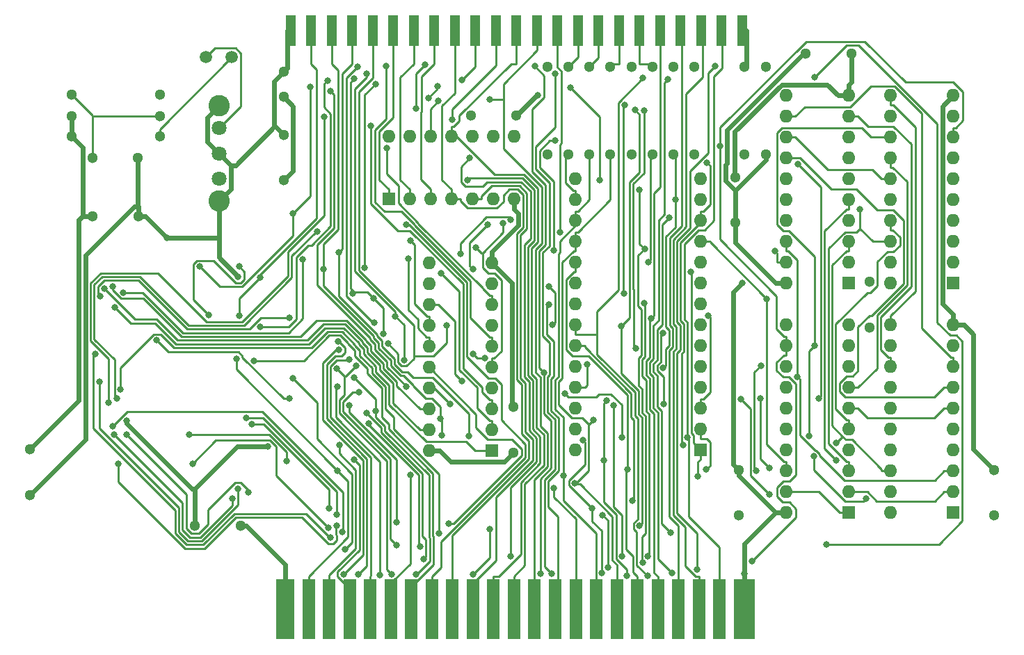
<source format=gbr>
%TF.GenerationSoftware,KiCad,Pcbnew,(6.0.2)*%
%TF.CreationDate,2022-11-25T01:59:39-06:00*%
%TF.ProjectId,Game Genie v1.0,47616d65-2047-4656-9e69-652076312e30,rev?*%
%TF.SameCoordinates,Original*%
%TF.FileFunction,Copper,L2,Bot*%
%TF.FilePolarity,Positive*%
%FSLAX46Y46*%
G04 Gerber Fmt 4.6, Leading zero omitted, Abs format (unit mm)*
G04 Created by KiCad (PCBNEW (6.0.2)) date 2022-11-25 01:59:39*
%MOMM*%
%LPD*%
G01*
G04 APERTURE LIST*
%TA.AperFunction,ComponentPad*%
%ADD10C,1.300000*%
%TD*%
%TA.AperFunction,ComponentPad*%
%ADD11R,1.600000X1.600000*%
%TD*%
%TA.AperFunction,ComponentPad*%
%ADD12O,1.600000X1.600000*%
%TD*%
%TA.AperFunction,SMDPad,CuDef*%
%ADD13R,1.300000X3.800000*%
%TD*%
%TA.AperFunction,ComponentPad*%
%ADD14C,1.800000*%
%TD*%
%TA.AperFunction,ComponentPad*%
%ADD15C,2.600000*%
%TD*%
%TA.AperFunction,ComponentPad*%
%ADD16C,1.500000*%
%TD*%
%TA.AperFunction,SMDPad,CuDef*%
%ADD17R,2.500000X7.350000*%
%TD*%
%TA.AperFunction,SMDPad,CuDef*%
%ADD18R,1.500000X7.350000*%
%TD*%
%TA.AperFunction,SMDPad,CuDef*%
%ADD19R,2.250000X7.350000*%
%TD*%
%TA.AperFunction,ViaPad*%
%ADD20C,0.800000*%
%TD*%
%TA.AperFunction,Conductor*%
%ADD21C,0.600000*%
%TD*%
%TA.AperFunction,Conductor*%
%ADD22C,0.250000*%
%TD*%
G04 APERTURE END LIST*
D10*
%TO.P,C2,1*%
%TO.N,/VCC*%
X93671000Y-85783000D03*
%TO.P,C2,2*%
%TO.N,/GND*%
X99221000Y-85783000D03*
%TD*%
%TO.P,C12,1*%
%TO.N,/GND*%
X172277000Y-122219000D03*
%TO.P,C12,2*%
%TO.N,/VCC*%
X172277000Y-116669000D03*
%TD*%
D11*
%TO.P,U5,1,~{E}*%
%TO.N,/U5.E*%
X198403000Y-121869000D03*
D12*
%TO.P,U5,2,Q0*%
%TO.N,Net-(U5-Pad2)*%
X198403000Y-119329000D03*
%TO.P,U5,3,D0*%
%TO.N,/U5.D0*%
X198403000Y-116789000D03*
%TO.P,U5,4,D1*%
%TO.N,/U5.D1*%
X198403000Y-114249000D03*
%TO.P,U5,5,Q1*%
%TO.N,Net-(U5-Pad5)*%
X198403000Y-111709000D03*
%TO.P,U5,6,Q2*%
%TO.N,Net-(U5-Pad6)*%
X198403000Y-109169000D03*
%TO.P,U5,7,D2*%
%TO.N,/U5.D2*%
X198403000Y-106629000D03*
%TO.P,U5,8,D3*%
%TO.N,/U5.D3*%
X198403000Y-104089000D03*
%TO.P,U5,9,Q3*%
%TO.N,Net-(U5-Pad9)*%
X198403000Y-101549000D03*
%TO.P,U5,10,GND*%
%TO.N,/GND*%
X198403000Y-99009000D03*
%TO.P,U5,11,CP*%
%TO.N,/U8{slash}U5.CP*%
X190783000Y-99009000D03*
%TO.P,U5,12,Q4*%
%TO.N,Net-(U5-Pad12)*%
X190783000Y-101549000D03*
%TO.P,U5,13,D4*%
%TO.N,/U5.D4*%
X190783000Y-104089000D03*
%TO.P,U5,14,D5*%
%TO.N,/U5.D5*%
X190783000Y-106629000D03*
%TO.P,U5,15,Q5*%
%TO.N,Net-(U5-Pad15)*%
X190783000Y-109169000D03*
%TO.P,U5,16,Q6*%
%TO.N,Net-(U5-Pad16)*%
X190783000Y-111709000D03*
%TO.P,U5,17,D6*%
%TO.N,/U5.D6*%
X190783000Y-114249000D03*
%TO.P,U5,18,D7*%
%TO.N,/U5.D7*%
X190783000Y-116789000D03*
%TO.P,U5,19,Q7*%
%TO.N,Net-(U5-Pad19)*%
X190783000Y-119329000D03*
%TO.P,U5,20,VCC*%
%TO.N,/VCC*%
X190783000Y-121869000D03*
%TD*%
D10*
%TO.P,D3,1,K*%
%TO.N,/VCC*%
X175634000Y-78250000D03*
%TO.P,D3,2,A*%
%TO.N,/TopFront.VCC*%
X175634000Y-67550000D03*
%TD*%
D13*
%TO.P,J1,24,VCC*%
%TO.N,/TopRear.VCC*%
X172718000Y-63196000D03*
%TO.P,J1,25,SYS_CLK*%
%TO.N,/SYS_CLK*%
X170220267Y-63196000D03*
%TO.P,J1,26,CIC_6*%
%TO.N,/CIC_6*%
X167722540Y-63196000D03*
%TO.P,J1,27,CIC_2*%
%TO.N,/CIC_2*%
X165224813Y-63196000D03*
%TO.P,J1,28,/WR*%
%TO.N,/Write*%
X162727086Y-63196000D03*
%TO.P,J1,29,D7*%
%TO.N,/Top.D7*%
X160229359Y-63196000D03*
%TO.P,J1,30,D6*%
%TO.N,/Top.D6*%
X157731632Y-63196000D03*
%TO.P,J1,31,D5*%
%TO.N,/Top.D5*%
X155233905Y-63196000D03*
%TO.P,J1,32,D4*%
%TO.N,/Top.D4*%
X152736178Y-63196000D03*
%TO.P,J1,33,/CART*%
%TO.N,/Top.CART*%
X150238451Y-63196000D03*
%TO.P,J1,34,BA7*%
%TO.N,/BA7*%
X147740724Y-63196000D03*
%TO.P,J1,35,BA6*%
%TO.N,/BA6*%
X145242997Y-63196000D03*
%TO.P,J1,36,BA5*%
%TO.N,/BA5*%
X142745270Y-63196000D03*
%TO.P,J1,37,BA4*%
%TO.N,/BA4*%
X140247543Y-63196000D03*
%TO.P,J1,38,BA3*%
%TO.N,/BA3*%
X137749816Y-63196000D03*
%TO.P,J1,39,BA2*%
%TO.N,/BA2*%
X135252089Y-63196000D03*
%TO.P,J1,40,BA1*%
%TO.N,/BA1*%
X132754362Y-63196000D03*
%TO.P,J1,41,BA0*%
%TO.N,/BA0*%
X130256635Y-63196000D03*
%TO.P,J1,42,A15*%
%TO.N,/A15*%
X127758908Y-63196000D03*
%TO.P,J1,43,A14*%
%TO.N,/A14*%
X125261181Y-63196000D03*
%TO.P,J1,44,A13*%
%TO.N,/A13*%
X122763454Y-63196000D03*
%TO.P,J1,45,A12*%
%TO.N,/A12*%
X120265727Y-63196000D03*
%TO.P,J1,46,GND*%
%TO.N,/GND*%
X117768000Y-63196000D03*
%TD*%
D10*
%TO.P,D4,1,K*%
%TO.N,/VCC*%
X172988000Y-78250000D03*
%TO.P,D4,2,A*%
%TO.N,/TopRear.VCC*%
X172988000Y-67550000D03*
%TD*%
%TO.P,R3,1*%
%TO.N,/D0*%
X149051000Y-78250000D03*
%TO.P,R3,2*%
%TO.N,/Top.D0*%
X149051000Y-67550000D03*
%TD*%
D11*
%TO.P,U6,1,OEa*%
%TO.N,/U6.OE*%
X185699000Y-121869000D03*
D12*
%TO.P,U6,2,I0a*%
%TO.N,Net-(U5-Pad2)*%
X185699000Y-119329000D03*
%TO.P,U6,3,O3b*%
%TO.N,/D7*%
X185699000Y-116789000D03*
%TO.P,U6,4,I1a*%
%TO.N,Net-(U5-Pad5)*%
X185699000Y-114249000D03*
%TO.P,U6,5,O2b*%
%TO.N,/D6*%
X185699000Y-111709000D03*
%TO.P,U6,6,I2a*%
%TO.N,Net-(U5-Pad6)*%
X185699000Y-109169000D03*
%TO.P,U6,7,O1b*%
%TO.N,/D5*%
X185699000Y-106629000D03*
%TO.P,U6,8,I3a*%
%TO.N,Net-(U5-Pad9)*%
X185699000Y-104089000D03*
%TO.P,U6,9,O0b*%
%TO.N,/D4*%
X185699000Y-101549000D03*
%TO.P,U6,10,GND*%
%TO.N,/GND*%
X185699000Y-99009000D03*
%TO.P,U6,11,I0b*%
%TO.N,Net-(U5-Pad12)*%
X178079000Y-99009000D03*
%TO.P,U6,12,O3a*%
%TO.N,/D3*%
X178079000Y-101549000D03*
%TO.P,U6,13,I1b*%
%TO.N,Net-(U5-Pad15)*%
X178079000Y-104089000D03*
%TO.P,U6,14,O2a*%
%TO.N,/D2*%
X178079000Y-106629000D03*
%TO.P,U6,15,I2b*%
%TO.N,Net-(U5-Pad16)*%
X178079000Y-109169000D03*
%TO.P,U6,16,O1a*%
%TO.N,/D1*%
X178079000Y-111709000D03*
%TO.P,U6,17,I3b*%
%TO.N,Net-(U5-Pad19)*%
X178079000Y-114249000D03*
%TO.P,U6,18,O0a*%
%TO.N,/D0*%
X178079000Y-116789000D03*
%TO.P,U6,19,OEb*%
%TO.N,/U6.OE*%
X178079000Y-119329000D03*
%TO.P,U6,20,VCC*%
%TO.N,/VCC*%
X178079000Y-121869000D03*
%TD*%
D11*
%TO.P,U7,1,OEa*%
%TO.N,/U7.OE*%
X185699000Y-93924000D03*
D12*
%TO.P,U7,2,I0a*%
%TO.N,Net-(U8-Pad2)*%
X185699000Y-91384000D03*
%TO.P,U7,3,O3b*%
%TO.N,/U5.D7*%
X185699000Y-88844000D03*
%TO.P,U7,4,I1a*%
%TO.N,Net-(U8-Pad5)*%
X185699000Y-86304000D03*
%TO.P,U7,5,O2b*%
%TO.N,/U5.D6*%
X185699000Y-83764000D03*
%TO.P,U7,6,I2a*%
%TO.N,Net-(U8-Pad6)*%
X185699000Y-81224000D03*
%TO.P,U7,7,O1b*%
%TO.N,/U5.D5*%
X185699000Y-78684000D03*
%TO.P,U7,8,I3a*%
%TO.N,Net-(U8-Pad9)*%
X185699000Y-76144000D03*
%TO.P,U7,9,O0b*%
%TO.N,/U5.D4*%
X185699000Y-73604000D03*
%TO.P,U7,10,GND*%
%TO.N,/GND*%
X185699000Y-71064000D03*
%TO.P,U7,11,I0b*%
%TO.N,Net-(U8-Pad12)*%
X178079000Y-71064000D03*
%TO.P,U7,12,O3a*%
%TO.N,/U5.D3*%
X178079000Y-73604000D03*
%TO.P,U7,13,I1b*%
%TO.N,Net-(U8-Pad15)*%
X178079000Y-76144000D03*
%TO.P,U7,14,O2a*%
%TO.N,/U5.D2*%
X178079000Y-78684000D03*
%TO.P,U7,15,I2b*%
%TO.N,Net-(U8-Pad16)*%
X178079000Y-81224000D03*
%TO.P,U7,16,O1a*%
%TO.N,/U5.D1*%
X178079000Y-83764000D03*
%TO.P,U7,17,I3b*%
%TO.N,Net-(U8-Pad19)*%
X178079000Y-86304000D03*
%TO.P,U7,18,O0a*%
%TO.N,/U5.D0*%
X178079000Y-88844000D03*
%TO.P,U7,19,OEb*%
%TO.N,/U7.OE*%
X178079000Y-91384000D03*
%TO.P,U7,20,VCC*%
%TO.N,/VCC*%
X178079000Y-93924000D03*
%TD*%
D10*
%TO.P,C9,1*%
%TO.N,/VCC*%
X180442000Y-65954000D03*
%TO.P,C9,2*%
%TO.N,/GND*%
X185992000Y-65954000D03*
%TD*%
%TO.P,C8,1*%
%TO.N,/VCC*%
X139706000Y-73505000D03*
%TO.P,C8,2*%
%TO.N,/GND*%
X145256000Y-73505000D03*
%TD*%
%TO.P,R7,1*%
%TO.N,/D4*%
X151603000Y-78250000D03*
%TO.P,R7,2*%
%TO.N,/Top.D4*%
X151603000Y-67550000D03*
%TD*%
%TO.P,C4,1*%
%TO.N,/GND*%
X86012000Y-119706000D03*
%TO.P,C4,2*%
%TO.N,/VCC*%
X86012000Y-114156000D03*
%TD*%
D11*
%TO.P,U3,1,I1*%
%TO.N,/Wire1*%
X142238000Y-114349000D03*
D12*
%TO.P,U3,2,I2*%
%TO.N,/Wire2*%
X142238000Y-111809000D03*
%TO.P,U3,3,I3*%
%TO.N,/LS30.OUT*%
X142238000Y-109269000D03*
%TO.P,U3,4,I4*%
%TO.N,/SYS_CLK*%
X142238000Y-106729000D03*
%TO.P,U3,5,I5*%
%TO.N,/A0*%
X142238000Y-104189000D03*
%TO.P,U3,6,I6*%
%TO.N,/A8*%
X142238000Y-101649000D03*
%TO.P,U3,7,I7*%
%TO.N,/A15*%
X142238000Y-99109000D03*
%TO.P,U3,8,I8*%
%TO.N,/Bottom.CART*%
X142238000Y-96569000D03*
%TO.P,U3,9,I9*%
%TO.N,/Read*%
X142238000Y-94029000D03*
%TO.P,U3,10,GND*%
%TO.N,/GND*%
X142238000Y-91489000D03*
%TO.P,U3,11,I10*%
%TO.N,/Write*%
X134618000Y-91489000D03*
%TO.P,U3,12,IO8*%
%TO.N,/Top.CART*%
X134618000Y-94029000D03*
%TO.P,U3,13,IO7*%
%TO.N,/U6.OE*%
X134618000Y-96569000D03*
%TO.P,U3,14,IO6*%
%TO.N,/U8.E*%
X134618000Y-99109000D03*
%TO.P,U3,15,IO5*%
%TO.N,/U7.OE*%
X134618000Y-101649000D03*
%TO.P,U3,16,IO4*%
%TO.N,/U5.E*%
X134618000Y-104189000D03*
%TO.P,U3,17,I03*%
%TO.N,/U8{slash}U5.CP*%
X134618000Y-106729000D03*
%TO.P,U3,18,IO2*%
%TO.N,/Wire3*%
X134618000Y-109269000D03*
%TO.P,U3,19,IO1*%
%TO.N,/Wire4*%
X134618000Y-111809000D03*
%TO.P,U3,20,VCC*%
%TO.N,/VCC*%
X134618000Y-114349000D03*
%TD*%
D10*
%TO.P,C6,1*%
%TO.N,/VCC*%
X106137000Y-123437000D03*
%TO.P,C6,2*%
%TO.N,/GND*%
X111687000Y-123437000D03*
%TD*%
%TO.P,R6,1*%
%TO.N,/D3*%
X159240000Y-78250000D03*
%TO.P,R6,2*%
%TO.N,/Top.D3*%
X159240000Y-67550000D03*
%TD*%
%TO.P,R4,1*%
%TO.N,/D1*%
X166906000Y-78250000D03*
%TO.P,R4,2*%
%TO.N,/Top.D1*%
X166906000Y-67550000D03*
%TD*%
D11*
%TO.P,U8,1,~{E}*%
%TO.N,/U8.E*%
X198403000Y-93924000D03*
D12*
%TO.P,U8,2,Q0*%
%TO.N,Net-(U8-Pad2)*%
X198403000Y-91384000D03*
%TO.P,U8,3,D0*%
%TO.N,/D0*%
X198403000Y-88844000D03*
%TO.P,U8,4,D1*%
%TO.N,/D1*%
X198403000Y-86304000D03*
%TO.P,U8,5,Q1*%
%TO.N,Net-(U8-Pad5)*%
X198403000Y-83764000D03*
%TO.P,U8,6,Q2*%
%TO.N,Net-(U8-Pad6)*%
X198403000Y-81224000D03*
%TO.P,U8,7,D2*%
%TO.N,/D2*%
X198403000Y-78684000D03*
%TO.P,U8,8,D3*%
%TO.N,/D3*%
X198403000Y-76144000D03*
%TO.P,U8,9,Q3*%
%TO.N,Net-(U8-Pad9)*%
X198403000Y-73604000D03*
%TO.P,U8,10,GND*%
%TO.N,/GND*%
X198403000Y-71064000D03*
%TO.P,U8,11,CP*%
%TO.N,/U8{slash}U5.CP*%
X190783000Y-71064000D03*
%TO.P,U8,12,Q4*%
%TO.N,Net-(U8-Pad12)*%
X190783000Y-73604000D03*
%TO.P,U8,13,D4*%
%TO.N,/D4*%
X190783000Y-76144000D03*
%TO.P,U8,14,D5*%
%TO.N,/D5*%
X190783000Y-78684000D03*
%TO.P,U8,15,Q5*%
%TO.N,Net-(U8-Pad15)*%
X190783000Y-81224000D03*
%TO.P,U8,16,Q6*%
%TO.N,Net-(U8-Pad16)*%
X190783000Y-83764000D03*
%TO.P,U8,17,D6*%
%TO.N,/D6*%
X190783000Y-86304000D03*
%TO.P,U8,18,D7*%
%TO.N,/D7*%
X190783000Y-88844000D03*
%TO.P,U8,19,Q7*%
%TO.N,Net-(U8-Pad19)*%
X190783000Y-91384000D03*
%TO.P,U8,20,VCC*%
%TO.N,/VCC*%
X190783000Y-93924000D03*
%TD*%
D10*
%TO.P,C13,1*%
%TO.N,/VCC*%
X171873000Y-86561000D03*
%TO.P,C13,2*%
%TO.N,/GND*%
X171873000Y-81011000D03*
%TD*%
%TO.P,R9,1*%
%TO.N,/D6*%
X156669000Y-78250000D03*
%TO.P,R9,2*%
%TO.N,/Top.D6*%
X156669000Y-67550000D03*
%TD*%
%TO.P,C10,1*%
%TO.N,/Wire5*%
X93633000Y-78634000D03*
%TO.P,C10,2*%
%TO.N,/GND*%
X99183000Y-78634000D03*
%TD*%
%TO.P,R10,1*%
%TO.N,/D7*%
X161792000Y-78250000D03*
%TO.P,R10,2*%
%TO.N,/Top.D7*%
X161792000Y-67550000D03*
%TD*%
D11*
%TO.P,U4,1*%
%TO.N,/BA0*%
X129692000Y-83635000D03*
D12*
%TO.P,U4,2*%
%TO.N,/BA1*%
X132232000Y-83635000D03*
%TO.P,U4,3*%
%TO.N,/BA2*%
X134772000Y-83635000D03*
%TO.P,U4,4*%
%TO.N,/BA3*%
X137312000Y-83635000D03*
%TO.P,U4,5*%
%TO.N,/BA4*%
X139852000Y-83635000D03*
%TO.P,U4,6*%
%TO.N,/BA5*%
X142392000Y-83635000D03*
%TO.P,U4,7,GND*%
%TO.N,/GND*%
X144932000Y-83635000D03*
%TO.P,U4,8*%
%TO.N,/LS30.OUT*%
X144932000Y-76015000D03*
%TO.P,U4,9*%
%TO.N,N/C*%
X142392000Y-76015000D03*
%TO.P,U4,10*%
X139852000Y-76015000D03*
%TO.P,U4,11*%
%TO.N,/BA6*%
X137312000Y-76015000D03*
%TO.P,U4,12*%
%TO.N,/BA7*%
X134772000Y-76015000D03*
%TO.P,U4,13*%
%TO.N,N/C*%
X132232000Y-76015000D03*
%TO.P,U4,14,VCC*%
%TO.N,/VCC*%
X129692000Y-76015000D03*
%TD*%
D10*
%TO.P,C3,1*%
%TO.N,/VCC*%
X116915000Y-81408000D03*
%TO.P,C3,2*%
%TO.N,/GND*%
X116915000Y-75858000D03*
%TD*%
%TO.P,R8,1*%
%TO.N,/D5*%
X154136000Y-78250000D03*
%TO.P,R8,2*%
%TO.N,/Top.D5*%
X154136000Y-67550000D03*
%TD*%
%TO.P,R1,1*%
%TO.N,/VCC*%
X91137000Y-73554000D03*
%TO.P,R1,2*%
%TO.N,/Wire5*%
X101837000Y-73554000D03*
%TD*%
D14*
%TO.P,S1,1,A*%
%TO.N,unconnected-(S1-Pad1)*%
X109051000Y-81223000D03*
%TO.P,S1,2,B*%
%TO.N,/GND*%
X109051000Y-78123000D03*
%TO.P,S1,3,C*%
%TO.N,/Switch*%
X109051000Y-75023000D03*
D15*
%TO.P,S1,4,Shield*%
%TO.N,/GND*%
X109051000Y-83923000D03*
X109051000Y-72323000D03*
%TD*%
D10*
%TO.P,C5,1*%
%TO.N,/VCC*%
X144872000Y-114533000D03*
%TO.P,C5,2*%
%TO.N,/GND*%
X144872000Y-108983000D03*
%TD*%
%TO.P,C11,1*%
%TO.N,/GND*%
X188185000Y-99319000D03*
%TO.P,C11,2*%
%TO.N,/VCC*%
X188185000Y-93769000D03*
%TD*%
%TO.P,D1,1,K*%
%TO.N,/Wire5*%
X91137000Y-70969000D03*
%TO.P,D1,2,A*%
%TO.N,/VCC*%
X101837000Y-70969000D03*
%TD*%
D16*
%TO.P,D2,1,K*%
%TO.N,/Switch*%
X107428000Y-66413000D03*
%TO.P,D2,2,A*%
%TO.N,/Wire6*%
X110628000Y-66413000D03*
%TD*%
D10*
%TO.P,R5,1*%
%TO.N,/D2*%
X164344000Y-78250000D03*
%TO.P,R5,2*%
%TO.N,/Top.D2*%
X164344000Y-67550000D03*
%TD*%
%TO.P,C7,1*%
%TO.N,/VCC*%
X203420000Y-122210000D03*
%TO.P,C7,2*%
%TO.N,/GND*%
X203420000Y-116660000D03*
%TD*%
%TO.P,C1,1*%
%TO.N,/VCC*%
X116943000Y-71247000D03*
%TO.P,C1,2*%
%TO.N,/GND*%
X116943000Y-68147000D03*
%TD*%
D11*
%TO.P,U2,1,A15*%
%TO.N,/BA0*%
X167672000Y-114249000D03*
D12*
%TO.P,U2,2,A12*%
%TO.N,/A12*%
X167672000Y-111709000D03*
%TO.P,U2,3,A7*%
%TO.N,/A7*%
X167672000Y-109169000D03*
%TO.P,U2,4,A6*%
%TO.N,/A6*%
X167672000Y-106629000D03*
%TO.P,U2,5,A5*%
%TO.N,/A5*%
X167672000Y-104089000D03*
%TO.P,U2,6,A4*%
%TO.N,/A4*%
X167672000Y-101549000D03*
%TO.P,U2,7,A3*%
%TO.N,/A3*%
X167672000Y-99009000D03*
%TO.P,U2,8,A2*%
%TO.N,/A2*%
X167672000Y-96469000D03*
%TO.P,U2,9,A1*%
%TO.N,/A1*%
X167672000Y-93929000D03*
%TO.P,U2,10,A0*%
%TO.N,/A0*%
X167672000Y-91389000D03*
%TO.P,U2,11,DQ0*%
%TO.N,/D0*%
X167672000Y-88849000D03*
%TO.P,U2,12,DQ1*%
%TO.N,/D1*%
X167672000Y-86309000D03*
%TO.P,U2,13,DQ2*%
%TO.N,/D2*%
X167672000Y-83769000D03*
%TO.P,U2,14,GND*%
%TO.N,/GND*%
X167672000Y-81229000D03*
%TO.P,U2,15,DQ3*%
%TO.N,/D3*%
X152432000Y-81229000D03*
%TO.P,U2,16,DQ4*%
%TO.N,/D4*%
X152432000Y-83769000D03*
%TO.P,U2,17,DQ5*%
%TO.N,/D5*%
X152432000Y-86309000D03*
%TO.P,U2,18,DQ6*%
%TO.N,/D6*%
X152432000Y-88849000D03*
%TO.P,U2,19,DQ7*%
%TO.N,/D7*%
X152432000Y-91389000D03*
%TO.P,U2,20,E*%
%TO.N,/Wire2*%
X152432000Y-93929000D03*
%TO.P,U2,21,A10*%
%TO.N,/A10*%
X152432000Y-96469000D03*
%TO.P,U2,22,G/VPP*%
%TO.N,/Read*%
X152432000Y-99009000D03*
%TO.P,U2,23,A11*%
%TO.N,/A11*%
X152432000Y-101549000D03*
%TO.P,U2,24,A9*%
%TO.N,/A9*%
X152432000Y-104089000D03*
%TO.P,U2,25,A8*%
%TO.N,/A8*%
X152432000Y-106629000D03*
%TO.P,U2,26,A13*%
%TO.N,/A13*%
X152432000Y-109169000D03*
%TO.P,U2,27,A14*%
%TO.N,/A14*%
X152432000Y-111709000D03*
%TO.P,U2,28,VCC*%
%TO.N,/VCC*%
X152432000Y-114249000D03*
%TD*%
D17*
%TO.P,P1,24,VCC*%
%TO.N,/VCC*%
X172959000Y-133626000D03*
D18*
%TO.P,P1,25,SYS_CLK*%
%TO.N,/SYS_CLK*%
X169959000Y-133626000D03*
%TO.P,P1,26,CIC_6*%
%TO.N,/CIC_6*%
X167459000Y-133626000D03*
%TO.P,P1,27,CIC_2*%
%TO.N,/CIC_2*%
X164959000Y-133626000D03*
%TO.P,P1,28,/WR*%
%TO.N,/Write*%
X162459000Y-133626000D03*
%TO.P,P1,29,D7*%
%TO.N,/D7*%
X159959000Y-133626000D03*
%TO.P,P1,30,D6*%
%TO.N,/D6*%
X157459000Y-133626000D03*
%TO.P,P1,31,D5*%
%TO.N,/D5*%
X154959000Y-133626000D03*
%TO.P,P1,32,D4*%
%TO.N,/D4*%
X152459000Y-133626000D03*
%TO.P,P1,33,/CART*%
%TO.N,/Bottom.CART*%
X149959000Y-133626000D03*
%TO.P,P1,34,BA7*%
%TO.N,/BA7*%
X147459000Y-133626000D03*
%TO.P,P1,35,BA6*%
%TO.N,/BA6*%
X144959000Y-133626000D03*
%TO.P,P1,36,BA5*%
%TO.N,/BA5*%
X142459000Y-133626000D03*
%TO.P,P1,37,BA4*%
%TO.N,/BA4*%
X139959000Y-133626000D03*
%TO.P,P1,38,BA3*%
%TO.N,/BA3*%
X137459000Y-133626000D03*
%TO.P,P1,39,BA2*%
%TO.N,/BA2*%
X134959000Y-133626000D03*
%TO.P,P1,40,BA1*%
%TO.N,/BA1*%
X132459000Y-133626000D03*
%TO.P,P1,41,BA0*%
%TO.N,/BA0*%
X129959000Y-133626000D03*
%TO.P,P1,42,A15*%
%TO.N,/A15*%
X127459000Y-133626000D03*
%TO.P,P1,43,A14*%
%TO.N,/A14*%
X124959000Y-133626000D03*
%TO.P,P1,44,A13*%
%TO.N,/A13*%
X122459000Y-133626000D03*
%TO.P,P1,45,A12*%
%TO.N,/A12*%
X119959000Y-133626000D03*
D19*
%TO.P,P1,46,GND*%
%TO.N,/GND*%
X117084000Y-133626000D03*
%TD*%
D10*
%TO.P,R2,1*%
%TO.N,/VCC*%
X91137000Y-76067000D03*
%TO.P,R2,2*%
%TO.N,/Wire6*%
X101837000Y-76067000D03*
%TD*%
D20*
%TO.N,/GND*%
X102674600Y-88368300D03*
X147812100Y-71039400D03*
X111391300Y-93141300D03*
%TO.N,/VCC*%
X172741300Y-93924000D03*
X114950800Y-113828600D03*
X97829200Y-110637800D03*
X172959000Y-129328400D03*
%TO.N,/D0*%
X112324700Y-110336800D03*
X123371500Y-122118700D03*
X156374700Y-128544500D03*
X155743700Y-122143000D03*
X175718000Y-95849300D03*
%TO.N,/D7*%
X158781600Y-116632200D03*
X161293300Y-91389000D03*
X187047400Y-84892100D03*
%TO.N,/D6*%
X154580000Y-110602300D03*
X152357100Y-118268700D03*
%TO.N,/D5*%
X150944700Y-117356000D03*
%TO.N,/D4*%
X149822900Y-118921800D03*
X181554600Y-101549000D03*
X180873800Y-112546100D03*
%TO.N,/D3*%
X173921500Y-127792400D03*
X169983300Y-77220000D03*
X105820600Y-115915200D03*
X122370000Y-123696000D03*
%TO.N,/D2*%
X164587200Y-83769000D03*
X156183300Y-108205600D03*
X105426400Y-112387700D03*
X163103500Y-104245600D03*
X117299000Y-115555100D03*
X158651200Y-129519000D03*
X155864100Y-115477900D03*
%TO.N,/D1*%
X155662400Y-129246600D03*
X165529100Y-113631900D03*
X153302100Y-113010900D03*
X154483700Y-121376300D03*
X168432200Y-79238100D03*
X122470000Y-121376300D03*
X113050800Y-111068100D03*
%TO.N,/A1*%
X160594200Y-127943200D03*
X160842600Y-89777100D03*
X155402500Y-81341200D03*
X151795900Y-70103300D03*
X127265500Y-111038000D03*
X133526200Y-126019000D03*
X160207200Y-82589900D03*
%TO.N,/A2*%
X133939600Y-127522300D03*
X127020900Y-109768000D03*
X158314600Y-95172600D03*
X158411000Y-72244600D03*
X160805400Y-96318500D03*
X161259600Y-127194200D03*
%TO.N,/A3*%
X124874300Y-108782800D03*
X142001300Y-123841500D03*
X159656500Y-72847000D03*
X158038200Y-99151000D03*
X130642700Y-123012500D03*
X160233300Y-123493300D03*
X139959000Y-129348400D03*
%TO.N,/A4*%
X122612500Y-70531200D03*
X160754300Y-72918800D03*
X130642700Y-125813100D03*
X159740600Y-101879600D03*
X126068600Y-107228000D03*
X131813100Y-106537900D03*
%TO.N,/A5*%
X139556400Y-78705400D03*
X158115900Y-127194200D03*
X134104500Y-67350500D03*
X124414000Y-126349500D03*
X157082200Y-108829500D03*
X133002600Y-72679000D03*
X118033500Y-105497100D03*
X144538000Y-127194200D03*
%TO.N,/A6*%
X114061400Y-99242300D03*
X122230500Y-69256300D03*
X125503600Y-105433900D03*
X128126900Y-109513500D03*
X133011300Y-129340500D03*
%TO.N,/A7*%
X123339700Y-104328500D03*
X168577500Y-97873200D03*
X130469800Y-97927300D03*
X130019800Y-129347300D03*
X126993600Y-68407600D03*
X125754100Y-103983600D03*
X131565700Y-103284200D03*
%TO.N,/A8*%
X153850700Y-103787500D03*
X128660000Y-129505200D03*
X123453800Y-106485500D03*
X129381700Y-67490100D03*
%TO.N,/A9*%
X125874000Y-67609300D03*
X126039100Y-129401500D03*
X141376400Y-103063800D03*
X123524000Y-101003800D03*
X139926100Y-102549400D03*
X127902500Y-98771300D03*
%TO.N,/A10*%
X127848600Y-95798000D03*
X125319000Y-95204100D03*
X123647400Y-102071100D03*
X129022400Y-100058900D03*
X124227700Y-129349800D03*
X125516900Y-69036500D03*
%TO.N,/A11*%
X126797300Y-92039400D03*
X128129200Y-69658200D03*
X159333100Y-120410400D03*
%TO.N,/A12*%
X168345900Y-116629300D03*
X123490100Y-116751000D03*
X114017200Y-93258000D03*
X111524600Y-97892000D03*
X111163800Y-103142400D03*
%TO.N,/A13*%
X136132000Y-112456000D03*
X121751600Y-92235300D03*
X123696800Y-113663000D03*
X135946900Y-110435000D03*
%TO.N,/A14*%
X125486100Y-115422500D03*
X123639700Y-90180400D03*
X139425600Y-112516400D03*
%TO.N,/A0*%
X147471500Y-67531100D03*
X143604400Y-86659900D03*
X148147300Y-129254400D03*
X148589700Y-104789700D03*
X140310200Y-89580300D03*
%TO.N,/BA0*%
X166443300Y-92558300D03*
X132323200Y-117279500D03*
X167346900Y-117406500D03*
%TO.N,/BA1*%
X111500000Y-91903100D03*
X107780200Y-97793900D03*
X113317400Y-103370800D03*
%TO.N,/BA2*%
X131842700Y-86801900D03*
%TO.N,/BA4*%
X118041300Y-85469900D03*
X120175200Y-70060900D03*
X138636800Y-69203300D03*
X106701300Y-91911700D03*
%TO.N,/BA5*%
X139295300Y-81382000D03*
X137400400Y-73997200D03*
%TO.N,/BA7*%
X142001700Y-71552500D03*
X135762300Y-71728800D03*
%TO.N,/Wire1*%
X96336000Y-96857600D03*
%TO.N,/Bottom.CART*%
X149193400Y-96569000D03*
X129456600Y-77438300D03*
%TO.N,/Wire4*%
X95068800Y-94609600D03*
%TO.N,/Wire3*%
X96069100Y-94341300D03*
%TO.N,/U7.OE*%
X94589900Y-95545200D03*
X132115600Y-90954100D03*
X117600000Y-98097100D03*
X138446600Y-90310800D03*
X144534400Y-86175500D03*
X176698900Y-90003900D03*
%TO.N,/Wire2*%
X136097800Y-92698900D03*
X119211400Y-91058300D03*
X97404300Y-95057200D03*
%TO.N,/Reset*%
X93998600Y-102557300D03*
X182987900Y-125734700D03*
X181576100Y-68842900D03*
X122619600Y-124895500D03*
%TO.N,/SYS_CLK*%
X101452400Y-100878000D03*
X117578600Y-107992900D03*
X158048800Y-112732700D03*
X151130400Y-107339900D03*
X166070300Y-112732700D03*
%TO.N,/U5.D0*%
X111383900Y-118956500D03*
X174979300Y-103965700D03*
X94459100Y-105958000D03*
X174448100Y-116772200D03*
X179437600Y-105330100D03*
%TO.N,/U5.D1*%
X135790300Y-124378100D03*
X163859400Y-85951200D03*
X97062500Y-106834200D03*
X164018500Y-124276900D03*
%TO.N,/U5.D2*%
X134513300Y-71349800D03*
X135637900Y-69928500D03*
X121852500Y-73673900D03*
X95634300Y-108498000D03*
%TO.N,/U5.D3*%
X120992600Y-87600300D03*
X149789500Y-89898900D03*
X149950700Y-76572400D03*
X96577800Y-107998800D03*
%TO.N,/U5.D4*%
X124019500Y-124244300D03*
X96135500Y-111305700D03*
%TO.N,/U5.D5*%
X176061400Y-116459300D03*
X96317500Y-112351800D03*
X110653600Y-120176700D03*
X182031600Y-107942900D03*
X174936300Y-107942900D03*
X179502700Y-79453900D03*
%TO.N,/U5.D6*%
X123370200Y-123479100D03*
X96808000Y-115903600D03*
X184184500Y-115468700D03*
%TO.N,/U5.D7*%
X112585100Y-119416700D03*
X184177200Y-113369900D03*
X97786500Y-112397100D03*
%TO.N,/IRQ*%
X149501100Y-129335900D03*
X149955600Y-68456400D03*
%TO.N,/Read*%
X149643500Y-99009000D03*
X149193400Y-94330000D03*
X161214100Y-129588500D03*
X160645900Y-68945000D03*
%TO.N,/CIC_1*%
X164210500Y-129237100D03*
X163698800Y-69075700D03*
%TO.N,/CIC_7*%
X169421400Y-67503600D03*
X167214500Y-128766300D03*
%TO.N,/Write*%
X161644000Y-98257400D03*
%TO.N,/A15*%
X129614800Y-101304700D03*
X136771800Y-99109000D03*
X124916300Y-103205800D03*
%TO.N,/Top.CART*%
X139930300Y-92238000D03*
X141728700Y-86781500D03*
X150516800Y-87733400D03*
%TO.N,/LS30.OUT*%
X127560500Y-74756900D03*
%TO.N,/U6.OE*%
X172532900Y-108041400D03*
X163142200Y-108612700D03*
X176039300Y-119673700D03*
X163103500Y-99972000D03*
X138630300Y-105825200D03*
%TO.N,/U8.E*%
X132335300Y-88702300D03*
%TO.N,/U5.E*%
X136975400Y-123202800D03*
%TO.N,/U8{slash}U5.CP*%
X137188200Y-108662300D03*
%TO.N,Net-(U5-Pad19)*%
X187769700Y-120168500D03*
X181447100Y-115021300D03*
%TD*%
D21*
%TO.N,/GND*%
X107616800Y-73757200D02*
X107616800Y-76688800D01*
X115764800Y-74887000D02*
X115764800Y-69325200D01*
X197102800Y-72364200D02*
X198403000Y-71064000D01*
X100089300Y-85783000D02*
X102674600Y-88368300D01*
X110485200Y-79557200D02*
X111094600Y-79557200D01*
X109051000Y-90801000D02*
X111391300Y-93141300D01*
X142238000Y-90091900D02*
X142238000Y-90188900D01*
X144932000Y-84935100D02*
X145434600Y-85437700D01*
X198403000Y-99009000D02*
X198403000Y-97708900D01*
X116915000Y-75858000D02*
X115944000Y-74887000D01*
X112334200Y-123437000D02*
X117084000Y-128186800D01*
X197102800Y-96408700D02*
X197102800Y-72364200D01*
X111687000Y-123437000D02*
X112334200Y-123437000D01*
X109051000Y-83923000D02*
X110485200Y-82488800D01*
X144932000Y-83635000D02*
X144932000Y-84935100D01*
X117368000Y-67722000D02*
X116943000Y-68147000D01*
X117084000Y-128186800D02*
X117084000Y-133626000D01*
X147721500Y-71039500D02*
X147812100Y-71039500D01*
X171815400Y-75483400D02*
X177535300Y-69763500D01*
X99221000Y-85783000D02*
X99221000Y-84632600D01*
X109051000Y-83923000D02*
X109051000Y-88368300D01*
X109051000Y-88368300D02*
X102674600Y-88368300D01*
X183098400Y-69763500D02*
X184398900Y-71064000D01*
X110485200Y-82488800D02*
X110485200Y-79557200D01*
X109051000Y-88368300D02*
X109051000Y-90801000D01*
X117368000Y-63196000D02*
X117368000Y-67722000D01*
X177535300Y-69763500D02*
X183098400Y-69763500D01*
X92777800Y-90550200D02*
X92777800Y-112940200D01*
X185699000Y-69763900D02*
X185992000Y-69470900D01*
X185699000Y-71064000D02*
X184398900Y-71064000D01*
X145434600Y-86895300D02*
X142238000Y-90091900D01*
X144671900Y-108782900D02*
X144872000Y-108983000D01*
X198403000Y-99009000D02*
X199703100Y-99009000D01*
X200878300Y-100184200D02*
X199703100Y-99009000D01*
X109051000Y-72323000D02*
X107616800Y-73757200D01*
X107616800Y-76688800D02*
X109051000Y-78123000D01*
X98733400Y-84594600D02*
X92777800Y-90550200D01*
X99183000Y-78634000D02*
X99183000Y-84594600D01*
X185699000Y-71064000D02*
X185699000Y-69763900D01*
X115764800Y-69325200D02*
X116943000Y-68147000D01*
X142238000Y-91489000D02*
X144671900Y-93922900D01*
X111094600Y-79557200D02*
X115764800Y-74887000D01*
X142238000Y-91489000D02*
X142238000Y-90188900D01*
X145434600Y-85437700D02*
X145434600Y-86895300D01*
X110485200Y-79557200D02*
X109051000Y-78123000D01*
X99183000Y-84594600D02*
X98733400Y-84594600D01*
X115944000Y-74887000D02*
X115764800Y-74887000D01*
X203420000Y-116660000D02*
X200878300Y-114118300D01*
X99221000Y-84632600D02*
X99183000Y-84594600D01*
X200878300Y-114118300D02*
X200878300Y-100184200D01*
X144671900Y-93922900D02*
X144671900Y-108782900D01*
X99221000Y-85783000D02*
X100089300Y-85783000D01*
X92777800Y-112940200D02*
X86012000Y-119706000D01*
X171873000Y-81011000D02*
X171815400Y-80953400D01*
X198403000Y-97708900D02*
X197102800Y-96408700D01*
X147812100Y-71039500D02*
X147812100Y-71039400D01*
X145256000Y-73505000D02*
X147721500Y-71039500D01*
X171815400Y-80953400D02*
X171815400Y-75483400D01*
X185992000Y-69470900D02*
X185992000Y-65954000D01*
D22*
%TO.N,/Switch*%
X107428000Y-66413000D02*
X108530900Y-65310100D01*
X111084700Y-65310100D02*
X111706600Y-65932000D01*
X111706600Y-72367400D02*
X109051000Y-75023000D01*
X108530900Y-65310100D02*
X111084700Y-65310100D01*
X111706600Y-65932000D02*
X111706600Y-72367400D01*
D21*
%TO.N,/VCC*%
X134618000Y-114349000D02*
X135918100Y-114349000D01*
X97829200Y-110992400D02*
X105782400Y-118945600D01*
X175634000Y-78250000D02*
X175634000Y-78923200D01*
X175634000Y-78923200D02*
X171872000Y-82685200D01*
X106137000Y-118945600D02*
X106137000Y-123437000D01*
X86012000Y-114156000D02*
X91977700Y-108190300D01*
X172959000Y-129328400D02*
X172959000Y-125688900D01*
X178079000Y-93924000D02*
X176778900Y-93924000D01*
X171632800Y-95032500D02*
X171632800Y-116024800D01*
X143755800Y-115649200D02*
X137218300Y-115649200D01*
X171632800Y-116024800D02*
X172277000Y-116669000D01*
X171873000Y-86561000D02*
X171873000Y-82686300D01*
X170683800Y-81497100D02*
X170683800Y-79505900D01*
X106137000Y-118945600D02*
X111254000Y-113828600D01*
X92430400Y-77360400D02*
X91137000Y-76067000D01*
X91977700Y-86235700D02*
X92430400Y-85783000D01*
X105782400Y-118945600D02*
X106137000Y-118945600D01*
X172959000Y-133626000D02*
X172959000Y-129328400D01*
X180198800Y-65954000D02*
X180442000Y-65954000D01*
X170683800Y-79505900D02*
X170883400Y-79306300D01*
X137218300Y-115649200D02*
X135918100Y-114349000D01*
X172277000Y-116669000D02*
X172277000Y-117367100D01*
X171873000Y-86561000D02*
X171873000Y-89018100D01*
X91137000Y-76067000D02*
X91137000Y-73554000D01*
X172277000Y-117367100D02*
X176778900Y-121869000D01*
X170883400Y-75269400D02*
X180198800Y-65954000D01*
X118068100Y-72372100D02*
X118068100Y-80254900D01*
X111254000Y-113828600D02*
X114950800Y-113828600D01*
X170883400Y-79306300D02*
X170883400Y-75269400D01*
X91977700Y-108190300D02*
X91977700Y-86235700D01*
X171873000Y-82686300D02*
X171872000Y-82685200D01*
X118068100Y-80254900D02*
X116915000Y-81408000D01*
X92430400Y-85783000D02*
X92430400Y-77360400D01*
X93671000Y-85783000D02*
X92430400Y-85783000D01*
X171872000Y-82685200D02*
X170683800Y-81497100D01*
X116943000Y-71247000D02*
X118068100Y-72372100D01*
X172741300Y-93924000D02*
X171632800Y-95032500D01*
X144872000Y-114533000D02*
X143755800Y-115649200D01*
X97829200Y-110637800D02*
X97829200Y-110992400D01*
X178079000Y-121869000D02*
X176778900Y-121869000D01*
X171873000Y-89018100D02*
X176778900Y-93924000D01*
X172959000Y-125688900D02*
X176778900Y-121869000D01*
D22*
%TO.N,/Wire5*%
X93633000Y-73554000D02*
X93633000Y-78634000D01*
X93633000Y-73554000D02*
X101837000Y-73554000D01*
X91137000Y-70969000D02*
X93633000Y-73465000D01*
X93633000Y-73465000D02*
X93633000Y-73554000D01*
D21*
%TO.N,/TopRear.VCC*%
X173166900Y-67371100D02*
X173243000Y-67371100D01*
X173243000Y-63196000D02*
X173243000Y-67371100D01*
X172988000Y-67550000D02*
X173166900Y-67371100D01*
D22*
%TO.N,/D0*%
X168797100Y-88928400D02*
X175718000Y-95849300D01*
X112324700Y-110336800D02*
X114410300Y-110336800D01*
X155743700Y-122143000D02*
X156374700Y-122774000D01*
X168797100Y-88849000D02*
X168797100Y-88928400D01*
X178079000Y-116789000D02*
X178079000Y-115663900D01*
X114410300Y-110336800D02*
X123371500Y-119298000D01*
X177845800Y-115663900D02*
X178079000Y-115663900D01*
X156374700Y-122774000D02*
X156374700Y-128544500D01*
X175718000Y-113536100D02*
X177845800Y-115663900D01*
X123371500Y-119298000D02*
X123371500Y-122118700D01*
X175718000Y-95849300D02*
X175718000Y-113536100D01*
X167672000Y-88849000D02*
X168797100Y-88849000D01*
%TO.N,/Wire6*%
X110628000Y-66413000D02*
X101837000Y-75204000D01*
X101837000Y-75204000D02*
X101837000Y-76067000D01*
%TO.N,/D7*%
X158777600Y-116628200D02*
X158781600Y-116632200D01*
X154020200Y-102819000D02*
X158777600Y-107576400D01*
X183208800Y-113455000D02*
X185417700Y-115663900D01*
X158608000Y-116805800D02*
X158608000Y-126334400D01*
X152241800Y-92514100D02*
X151306800Y-93449100D01*
X186635200Y-87683800D02*
X185231400Y-87683800D01*
X185417700Y-115663900D02*
X185699000Y-115663900D01*
X151306800Y-93449100D02*
X151306800Y-102021400D01*
X159419000Y-129085900D02*
X159959000Y-129625900D01*
X161792000Y-78250000D02*
X161568400Y-78473600D01*
X158608000Y-126334400D02*
X159419000Y-127145400D01*
X187047400Y-84892100D02*
X187047400Y-87271600D01*
X152432000Y-91389000D02*
X152432000Y-92514100D01*
X152432000Y-92514100D02*
X152241800Y-92514100D01*
X158777600Y-107576400D02*
X158777600Y-116628200D01*
X151306800Y-102021400D02*
X152104400Y-102819000D01*
X187047400Y-87271600D02*
X186635200Y-87683800D01*
X187047400Y-87271600D02*
X188619800Y-88844000D01*
X159419000Y-127145400D02*
X159419000Y-129085900D01*
X159959000Y-133626000D02*
X159959000Y-129625900D01*
X161568400Y-91113900D02*
X161293300Y-91389000D01*
X185699000Y-116789000D02*
X185699000Y-115663900D01*
X158781600Y-116632200D02*
X158608000Y-116805800D01*
X183208800Y-89706400D02*
X183208800Y-113455000D01*
X152104400Y-102819000D02*
X154020200Y-102819000D01*
X188619800Y-88844000D02*
X190783000Y-88844000D01*
X161568400Y-78473600D02*
X161568400Y-91113900D01*
X185231400Y-87683800D02*
X183208800Y-89706400D01*
%TO.N,/Top.D7*%
X161792000Y-67550000D02*
X161438100Y-67196100D01*
X161438100Y-67196100D02*
X160243000Y-67196100D01*
X160243000Y-63196000D02*
X160243000Y-67196100D01*
%TO.N,/D6*%
X154103600Y-111078700D02*
X154580000Y-110602300D01*
X184109000Y-109227100D02*
X185465800Y-110583900D01*
X152428700Y-118340300D02*
X152966500Y-118340300D01*
X152428700Y-118340300D02*
X154027200Y-116741800D01*
X150405300Y-105909400D02*
X150836100Y-105478600D01*
X150405300Y-108737600D02*
X150405300Y-105909400D01*
X189189600Y-91312700D02*
X189189600Y-94203600D01*
X191118900Y-90114000D02*
X190388300Y-90114000D01*
X154027200Y-111078700D02*
X154103600Y-111078700D01*
X152432000Y-88849000D02*
X152432000Y-89974100D01*
X156940700Y-122314500D02*
X156940700Y-127681000D01*
X188344000Y-95049200D02*
X187975700Y-95049200D01*
X152432000Y-88086200D02*
X152432000Y-87723900D01*
X190783000Y-87429100D02*
X191020300Y-87429100D01*
X187975700Y-95049200D02*
X184109000Y-98915900D01*
X153272600Y-110324100D02*
X151991800Y-110324100D01*
X152713300Y-87723900D02*
X152432000Y-87723900D01*
X184109000Y-98915900D02*
X184109000Y-109227100D01*
X154027200Y-116741800D02*
X154027200Y-111078700D01*
X185699000Y-111709000D02*
X185699000Y-110583900D01*
X156940700Y-127681000D02*
X157459000Y-128199300D01*
X156669000Y-78250000D02*
X156669000Y-83768200D01*
X152222700Y-89974100D02*
X152432000Y-89974100D01*
X189189600Y-94203600D02*
X188344000Y-95049200D01*
X151991800Y-110324100D02*
X150405300Y-108737600D01*
X190783000Y-86304000D02*
X190783000Y-87429100D01*
X157459000Y-133626000D02*
X157459000Y-129625900D01*
X157459000Y-128199300D02*
X157459000Y-129625900D01*
X152428700Y-118340300D02*
X152357100Y-118268700D01*
X191919300Y-88328100D02*
X191919300Y-89313600D01*
X154027200Y-111078700D02*
X153272600Y-110324100D01*
X150836100Y-91360700D02*
X152222700Y-89974100D01*
X191020300Y-87429100D02*
X191919300Y-88328100D01*
X156669000Y-83768200D02*
X152713300Y-87723900D01*
X150836100Y-105478600D02*
X150836100Y-91360700D01*
X152432000Y-88849000D02*
X152432000Y-88086200D01*
X190388300Y-90114000D02*
X189189600Y-91312700D01*
X185465800Y-110583900D02*
X185699000Y-110583900D01*
X191919300Y-89313600D02*
X191118900Y-90114000D01*
X152966500Y-118340300D02*
X156940700Y-122314500D01*
%TO.N,/Top.D6*%
X157743000Y-63196000D02*
X157743000Y-67196100D01*
X157022900Y-67196100D02*
X157743000Y-67196100D01*
X156669000Y-67550000D02*
X157022900Y-67196100D01*
%TO.N,/D5*%
X149955100Y-109274300D02*
X149955100Y-105723000D01*
X185699000Y-106629000D02*
X186824100Y-106629000D01*
X152432000Y-85183900D02*
X152713300Y-85183900D01*
X189160100Y-97826000D02*
X192819500Y-94166600D01*
X150514600Y-88828600D02*
X152432000Y-86911200D01*
X154937300Y-129604200D02*
X154959000Y-129625900D01*
X154959000Y-133626000D02*
X154959000Y-129625900D01*
X150944700Y-120424700D02*
X154937300Y-124417300D01*
X189160100Y-104293000D02*
X189160100Y-97826000D01*
X150944700Y-117356000D02*
X150944700Y-110263900D01*
X192819500Y-81566800D02*
X191061800Y-79809100D01*
X150385900Y-105292200D02*
X150385900Y-90328000D01*
X191061800Y-79809100D02*
X190783000Y-79809100D01*
X190783000Y-78684000D02*
X190783000Y-79809100D01*
X154136000Y-83761200D02*
X154136000Y-78250000D01*
X150944700Y-110263900D02*
X149955100Y-109274300D01*
X149955100Y-105723000D02*
X150385900Y-105292200D01*
X152713300Y-85183900D02*
X154136000Y-83761200D01*
X192819500Y-94166600D02*
X192819500Y-81566800D01*
X186824100Y-106629000D02*
X189160100Y-104293000D01*
X152432000Y-86911200D02*
X152432000Y-86309000D01*
X152432000Y-86309000D02*
X152432000Y-85183900D01*
X154937300Y-124417300D02*
X154937300Y-129604200D01*
X150514600Y-90199300D02*
X150514600Y-88828600D01*
X150385900Y-90328000D02*
X150514600Y-90199300D01*
X150944700Y-117356000D02*
X150944700Y-120424700D01*
%TO.N,/Top.D5*%
X155243000Y-66443000D02*
X155243000Y-63196000D01*
X154136000Y-67550000D02*
X155243000Y-66443000D01*
%TO.N,/D4*%
X152150700Y-82643900D02*
X151208800Y-81702000D01*
X178401100Y-87574000D02*
X181554600Y-90727500D01*
X188401800Y-76144000D02*
X187276600Y-75018800D01*
X176953800Y-86776200D02*
X177751600Y-87574000D01*
X149822900Y-120004000D02*
X149822900Y-118921800D01*
X190783000Y-76144000D02*
X188401800Y-76144000D01*
X151208800Y-81702000D02*
X151208800Y-78644200D01*
X152432000Y-82643900D02*
X152150700Y-82643900D01*
X152459000Y-122640100D02*
X149822900Y-120004000D01*
X181554600Y-101549000D02*
X180873800Y-102229800D01*
X180873800Y-102229800D02*
X180873800Y-112546100D01*
X187276600Y-75018800D02*
X177574100Y-75018800D01*
X181554600Y-90727500D02*
X181554600Y-101549000D01*
X151208800Y-78644200D02*
X151603000Y-78250000D01*
X177574100Y-75018800D02*
X176953800Y-75639100D01*
X177751600Y-87574000D02*
X178401100Y-87574000D01*
X152432000Y-83769000D02*
X152432000Y-82643900D01*
X152459000Y-133626000D02*
X152459000Y-122640100D01*
X176953800Y-75639100D02*
X176953800Y-86776200D01*
%TO.N,/Top.D4*%
X152736178Y-66416822D02*
X152736178Y-63196000D01*
X151603000Y-67550000D02*
X152736178Y-66416822D01*
%TO.N,/D3*%
X177727900Y-105359000D02*
X178410900Y-105359000D01*
X170033600Y-77220000D02*
X169983300Y-77220000D01*
X178410900Y-105359000D02*
X179233800Y-106181900D01*
X178482200Y-120599000D02*
X179272100Y-121388900D01*
X179272100Y-121388900D02*
X179272100Y-122441800D01*
X176922600Y-95478700D02*
X176922600Y-99500700D01*
X115234700Y-113071000D02*
X115993400Y-113829700D01*
X177699100Y-118059000D02*
X176953700Y-118804400D01*
X178079000Y-102674100D02*
X177807600Y-102674100D01*
X179272100Y-122441800D02*
X173921500Y-127792400D01*
X170033600Y-74955300D02*
X170033600Y-77220000D01*
X176922600Y-99500700D02*
X177845800Y-100423900D01*
X199568200Y-74135000D02*
X199568200Y-70622200D01*
X170033600Y-77220000D02*
X170033600Y-88589700D01*
X105820600Y-115915200D02*
X108664800Y-113071000D01*
X108664800Y-113071000D02*
X115234700Y-113071000D01*
X198396000Y-69450000D02*
X192610500Y-69450000D01*
X178079000Y-101549000D02*
X178079000Y-102674100D01*
X179233800Y-117292200D02*
X178467000Y-118059000D01*
X198403000Y-75018900D02*
X198684300Y-75018900D01*
X177845800Y-100423900D02*
X178079000Y-100423900D01*
X176953700Y-118804400D02*
X176953700Y-119872000D01*
X177680700Y-120599000D02*
X178482200Y-120599000D01*
X115993400Y-117319400D02*
X122370000Y-123696000D01*
X198684300Y-75018900D02*
X199568200Y-74135000D01*
X176953700Y-119872000D02*
X177680700Y-120599000D01*
X198403000Y-76144000D02*
X198403000Y-75018900D01*
X176922500Y-103559200D02*
X176922500Y-104553600D01*
X115993400Y-113829700D02*
X115993400Y-117319400D01*
X178079000Y-101549000D02*
X178079000Y-100423900D01*
X177807600Y-102674100D02*
X176922500Y-103559200D01*
X192610500Y-69450000D02*
X187662400Y-64501900D01*
X179233800Y-106181900D02*
X179233800Y-117292200D01*
X187662400Y-64501900D02*
X180487000Y-64501900D01*
X180487000Y-64501900D02*
X170033600Y-74955300D01*
X178467000Y-118059000D02*
X177699100Y-118059000D01*
X176922500Y-104553600D02*
X177727900Y-105359000D01*
X170033600Y-88589700D02*
X176922600Y-95478700D01*
X199568200Y-70622200D02*
X198396000Y-69450000D01*
%TO.N,/D2*%
X155864100Y-115477900D02*
X155864100Y-108524800D01*
X155864100Y-108524800D02*
X156183300Y-108205600D01*
X115188000Y-112387700D02*
X105426400Y-112387700D01*
X164587200Y-83769000D02*
X164587200Y-87100500D01*
X158651200Y-128754800D02*
X158651200Y-129519000D01*
X157390800Y-122128100D02*
X157390800Y-127494400D01*
X157390800Y-127494400D02*
X158651200Y-128754800D01*
X163438600Y-88249100D02*
X163438600Y-99234400D01*
X164587200Y-83769000D02*
X164587200Y-78493200D01*
X155864100Y-115477900D02*
X155864100Y-120601400D01*
X164587200Y-87100500D02*
X163438600Y-88249100D01*
X117299000Y-114498700D02*
X115188000Y-112387700D01*
X163438600Y-99234400D02*
X163828700Y-99624500D01*
X163828700Y-101498600D02*
X163378600Y-101948700D01*
X163378600Y-101948700D02*
X163378600Y-103970500D01*
X163378600Y-103970500D02*
X163103500Y-104245600D01*
X164587200Y-78493200D02*
X164344000Y-78250000D01*
X117299000Y-115555100D02*
X117299000Y-114498700D01*
X163828700Y-99624500D02*
X163828700Y-101498600D01*
X155864100Y-120601400D02*
X157390800Y-122128100D01*
%TO.N,/D1*%
X155590400Y-129174600D02*
X155662400Y-129246600D01*
X155590400Y-124086700D02*
X155590400Y-129174600D01*
X154483700Y-121376300D02*
X154483700Y-122980000D01*
X153302100Y-113010900D02*
X153561000Y-113269800D01*
X165239000Y-98488400D02*
X165629100Y-98878500D01*
X167672000Y-86562100D02*
X165239000Y-88995100D01*
X165629100Y-102244600D02*
X165332100Y-102541600D01*
X154439100Y-121376300D02*
X154483700Y-121376300D01*
X113050800Y-111068100D02*
X114505000Y-111068100D01*
X167672000Y-85183900D02*
X167953300Y-85183900D01*
X154483700Y-122980000D02*
X155590400Y-124086700D01*
X167672000Y-86309000D02*
X167672000Y-86562100D01*
X168797200Y-84340000D02*
X168797200Y-79603100D01*
X165239000Y-88995100D02*
X165239000Y-98488400D01*
X151632000Y-117968400D02*
X151632000Y-118569200D01*
X151632000Y-118569200D02*
X154439100Y-121376300D01*
X165629100Y-98878500D02*
X165629100Y-102244600D01*
X165332100Y-113434900D02*
X165529100Y-113631900D01*
X114505000Y-111068100D02*
X122470000Y-119033100D01*
X153561000Y-116039400D02*
X151632000Y-117968400D01*
X168797200Y-79603100D02*
X168432200Y-79238100D01*
X165332100Y-102541600D02*
X165332100Y-113434900D01*
X153561000Y-113269800D02*
X153561000Y-116039400D01*
X122470000Y-119033100D02*
X122470000Y-121376300D01*
X167672000Y-86309000D02*
X167672000Y-85183900D01*
X167953300Y-85183900D02*
X168797200Y-84340000D01*
%TO.N,/A1*%
X160578000Y-109697700D02*
X160958500Y-110078200D01*
X155402500Y-81341200D02*
X155402500Y-73709900D01*
X160061400Y-90558300D02*
X160061400Y-96711000D01*
X160127900Y-106380300D02*
X160578000Y-106830400D01*
X160842600Y-89777100D02*
X160207200Y-89141700D01*
X133376700Y-117307300D02*
X133376700Y-125869500D01*
X155402500Y-73709900D02*
X151795900Y-70103300D01*
X160578000Y-106830400D02*
X160578000Y-109697700D01*
X127265500Y-111196100D02*
X133376700Y-117307300D01*
X160061400Y-96711000D02*
X160468300Y-97117900D01*
X127265500Y-111038000D02*
X127265500Y-111196100D01*
X133376700Y-125869500D02*
X133526200Y-126019000D01*
X160958500Y-124381400D02*
X160532100Y-124807800D01*
X160207200Y-89141700D02*
X160207200Y-82589900D01*
X160532100Y-124807800D02*
X160532100Y-127881100D01*
X160532100Y-127881100D02*
X160594200Y-127943200D01*
X160958500Y-110078200D02*
X160958500Y-124381400D01*
X160842600Y-89777100D02*
X160061400Y-90558300D01*
X160468300Y-102672400D02*
X160127900Y-103012800D01*
X160468300Y-97117900D02*
X160468300Y-102672400D01*
X160127900Y-103012800D02*
X160127900Y-106380300D01*
%TO.N,/A2*%
X160578000Y-103199300D02*
X160578000Y-105291900D01*
X160918400Y-102858900D02*
X160578000Y-103199300D01*
X127020900Y-109768000D02*
X128791300Y-111538400D01*
X160578000Y-105291900D02*
X161028100Y-105742000D01*
X161408600Y-127045200D02*
X161259600Y-127194200D01*
X128791300Y-111538400D02*
X128791300Y-112085300D01*
X161028100Y-105742000D02*
X161028100Y-109511200D01*
X158224700Y-72430900D02*
X158224700Y-95082700D01*
X160918400Y-96431500D02*
X160918400Y-102858900D01*
X158224700Y-95082700D02*
X158314600Y-95172600D01*
X134251400Y-127210500D02*
X133939600Y-127522300D01*
X133826800Y-117120800D02*
X133826800Y-124713200D01*
X161408600Y-109891700D02*
X161408600Y-127045200D01*
X128791300Y-112085300D02*
X133826800Y-117120800D01*
X134251400Y-125137800D02*
X134251400Y-127210500D01*
X158411000Y-72244600D02*
X158224700Y-72430900D01*
X133826800Y-124713200D02*
X134251400Y-125137800D01*
X160805400Y-96318500D02*
X160918400Y-96431500D01*
X161028100Y-109511200D02*
X161408600Y-109891700D01*
%TO.N,/A3*%
X159026300Y-81647400D02*
X160215200Y-80458500D01*
X130642700Y-115440500D02*
X130642700Y-123012500D01*
X158038200Y-104927200D02*
X160127900Y-107016900D01*
X159026300Y-94858800D02*
X159026300Y-81647400D01*
X124874300Y-108782800D02*
X124874300Y-109672100D01*
X124874300Y-109672100D02*
X130642700Y-115440500D01*
X160127900Y-109884200D02*
X160508400Y-110264700D01*
X142001300Y-127306100D02*
X142001300Y-123841500D01*
X158038200Y-99151000D02*
X158038200Y-104927200D01*
X158038200Y-99151000D02*
X159039700Y-98149500D01*
X160127900Y-107016900D02*
X160127900Y-109884200D01*
X159039700Y-94872200D02*
X159026300Y-94858800D01*
X159039700Y-98149500D02*
X159039700Y-94872200D01*
X160215200Y-80458500D02*
X160215200Y-73405700D01*
X160508400Y-110264700D02*
X160508400Y-123218200D01*
X160215200Y-73405700D02*
X159656500Y-72847000D01*
X160508400Y-123218200D02*
X160233300Y-123493300D01*
X139959000Y-129348400D02*
X142001300Y-127306100D01*
%TO.N,/A4*%
X124149200Y-108405000D02*
X125326200Y-107228000D01*
X127397100Y-100564900D02*
X120976800Y-94144600D01*
X160754300Y-80556100D02*
X160754300Y-72918800D01*
X159476400Y-81834000D02*
X160754300Y-80556100D01*
X124149200Y-109583600D02*
X124149200Y-108405000D01*
X129490200Y-104147700D02*
X129490200Y-103511100D01*
X123066400Y-70985100D02*
X122612500Y-70531200D01*
X129490200Y-103511100D02*
X127989400Y-102010300D01*
X129917600Y-115352000D02*
X124149200Y-109583600D01*
X130642700Y-125813100D02*
X129917600Y-125088000D01*
X127397100Y-100781500D02*
X127397100Y-100564900D01*
X159489800Y-101628800D02*
X159489800Y-94685700D01*
X120976800Y-94144600D02*
X120976800Y-89278500D01*
X127989400Y-101373800D02*
X127397100Y-100781500D01*
X129917600Y-125088000D02*
X129917600Y-115352000D01*
X131813100Y-106537900D02*
X131813100Y-106470600D01*
X131813100Y-106470600D02*
X129490200Y-104147700D01*
X159489800Y-94685700D02*
X159476400Y-94672300D01*
X127989400Y-102010300D02*
X127989400Y-101373800D01*
X120976800Y-89278500D02*
X123066400Y-87188900D01*
X159476400Y-94672300D02*
X159476400Y-81834000D01*
X125326200Y-107228000D02*
X126068600Y-107228000D01*
X123066400Y-87188900D02*
X123066400Y-70985100D01*
X159740600Y-101879600D02*
X159489800Y-101628800D01*
%TO.N,/A5*%
X146197200Y-105332400D02*
X146789300Y-105924500D01*
X139556400Y-78705400D02*
X138528900Y-79732900D01*
X138528900Y-81653100D02*
X139037100Y-82161300D01*
X139037100Y-82161300D02*
X141125200Y-82161300D01*
X144538000Y-118816300D02*
X144538000Y-127194200D01*
X145791300Y-81587800D02*
X146959900Y-82756400D01*
X157082200Y-108829500D02*
X157082200Y-121182800D01*
X138528900Y-79732900D02*
X138528900Y-81653100D01*
X124414000Y-126349500D02*
X125242500Y-125521000D01*
X141698700Y-81587800D02*
X145791300Y-81587800D01*
X157082200Y-121182800D02*
X158115900Y-122216500D01*
X120964200Y-108427800D02*
X118033500Y-105497100D01*
X146959900Y-88520100D02*
X146197200Y-89282800D01*
X134104500Y-67350500D02*
X133002600Y-68452400D01*
X141125200Y-82161300D02*
X141698700Y-81587800D01*
X120964200Y-112881000D02*
X120964200Y-108427800D01*
X125242500Y-125521000D02*
X125242500Y-117159300D01*
X147680400Y-115673900D02*
X144538000Y-118816300D01*
X146789300Y-105924500D02*
X146789300Y-111871900D01*
X133002600Y-68452400D02*
X133002600Y-72679000D01*
X146959900Y-82756400D02*
X146959900Y-88520100D01*
X125242500Y-117159300D02*
X120964200Y-112881000D01*
X147680400Y-112763000D02*
X147680400Y-115673900D01*
X158115900Y-122216500D02*
X158115900Y-127194200D01*
X146197200Y-89282800D02*
X146197200Y-105332400D01*
X146789300Y-111871900D02*
X147680400Y-112763000D01*
%TO.N,/A6*%
X125503600Y-105433900D02*
X128126900Y-108057200D01*
X128126900Y-110237400D02*
X129241400Y-111351900D01*
X121840000Y-69646800D02*
X121840000Y-72513800D01*
X122616300Y-73290100D02*
X122616300Y-87002400D01*
X129241400Y-111898800D02*
X134615100Y-117272500D01*
X120326700Y-89292000D02*
X119897700Y-89292000D01*
X118437400Y-90752300D02*
X118437400Y-98318500D01*
X118437400Y-98318500D02*
X117513600Y-99242300D01*
X129241400Y-111351900D02*
X129241400Y-111898800D01*
X117513600Y-99242300D02*
X114061400Y-99242300D01*
X133146900Y-129340500D02*
X133011300Y-129340500D01*
X128126900Y-109513500D02*
X128126900Y-110237400D01*
X121840000Y-72513800D02*
X122616300Y-73290100D01*
X122230500Y-69256300D02*
X121840000Y-69646800D01*
X128126900Y-108057200D02*
X128126900Y-109513500D01*
X134615100Y-124864900D02*
X134701500Y-124951300D01*
X122616300Y-87002400D02*
X120326700Y-89292000D01*
X134701500Y-127785900D02*
X133146900Y-129340500D01*
X119897700Y-89292000D02*
X118437400Y-90752300D01*
X134701500Y-124951300D02*
X134701500Y-127785900D01*
X134615100Y-117272500D02*
X134615100Y-124864900D01*
%TO.N,/A7*%
X167672000Y-109169000D02*
X167672000Y-108043900D01*
X131565700Y-99023200D02*
X130469800Y-97927300D01*
X130469800Y-97927300D02*
X130469800Y-97387500D01*
X167953300Y-108043900D02*
X168797200Y-107200000D01*
X129467500Y-115538500D02*
X129467500Y-128795000D01*
X124455900Y-105281800D02*
X125754100Y-103983600D01*
X124293000Y-105281800D02*
X124455900Y-105281800D01*
X126993600Y-68828500D02*
X126993600Y-68407600D01*
X125543700Y-70278400D02*
X126993600Y-68828500D01*
X131565700Y-103284200D02*
X131565700Y-99023200D01*
X123699100Y-109770100D02*
X129467500Y-115538500D01*
X124293000Y-105281800D02*
X124293000Y-107531600D01*
X129467500Y-128795000D02*
X130019800Y-129347300D01*
X130469800Y-97387500D02*
X125543700Y-92461400D01*
X123699100Y-108125500D02*
X123699100Y-109770100D01*
X168797200Y-107200000D02*
X168797200Y-98092900D01*
X123339700Y-104328500D02*
X124293000Y-105281800D01*
X124293000Y-107531600D02*
X123699100Y-108125500D01*
X125543700Y-92461400D02*
X125543700Y-70278400D01*
X168797200Y-98092900D02*
X168577500Y-97873200D01*
X167672000Y-108043900D02*
X167953300Y-108043900D01*
%TO.N,/A8*%
X129184700Y-85190700D02*
X131269400Y-85190700D01*
X131269400Y-85190700D02*
X132868700Y-86790000D01*
X123249000Y-110250200D02*
X123249000Y-106690300D01*
X129381700Y-73961200D02*
X128069900Y-75273000D01*
X128660000Y-129505200D02*
X128660000Y-115661200D01*
X139651000Y-98141500D02*
X142033400Y-100523900D01*
X142238000Y-101649000D02*
X142238000Y-100523900D01*
X132868700Y-86790000D02*
X132868700Y-86860600D01*
X153557100Y-106629000D02*
X153850700Y-106335400D01*
X152432000Y-106629000D02*
X153557100Y-106629000D01*
X142033400Y-100523900D02*
X142238000Y-100523900D01*
X129381700Y-67490100D02*
X129381700Y-73961200D01*
X128660000Y-115661200D02*
X123249000Y-110250200D01*
X128069900Y-75273000D02*
X128069900Y-84075900D01*
X123249000Y-106690300D02*
X123453800Y-106485500D01*
X139651000Y-93642900D02*
X139651000Y-98141500D01*
X153850700Y-106335400D02*
X153850700Y-103787500D01*
X128069900Y-84075900D02*
X129184700Y-85190700D01*
X132868700Y-86860600D02*
X139651000Y-93642900D01*
%TO.N,/A9*%
X127042900Y-128397700D02*
X126039100Y-129401500D01*
X127042900Y-115317300D02*
X127042900Y-128397700D01*
X124584900Y-95555500D02*
X127800700Y-98771300D01*
X123657700Y-101003800D02*
X124406400Y-101752500D01*
X123204200Y-102796200D02*
X122152700Y-103847700D01*
X124406400Y-102342600D02*
X123952800Y-102796200D01*
X122152700Y-110427100D02*
X127042900Y-115317300D01*
X123524000Y-101003800D02*
X123657700Y-101003800D01*
X127800700Y-98771300D02*
X127902500Y-98771300D01*
X141376400Y-103063800D02*
X140440500Y-103063800D01*
X125874000Y-67609300D02*
X124584900Y-68898400D01*
X123952800Y-102796200D02*
X123204200Y-102796200D01*
X124406400Y-101752500D02*
X124406400Y-102342600D01*
X122152700Y-103847700D02*
X122152700Y-110427100D01*
X124584900Y-68898400D02*
X124584900Y-95555500D01*
X140440500Y-103063800D02*
X139926100Y-102549400D01*
%TO.N,/A10*%
X125056800Y-69496600D02*
X125056800Y-94550500D01*
X126592800Y-115503800D02*
X121702600Y-110613600D01*
X125056800Y-94550500D02*
X125514700Y-95008400D01*
X123292800Y-102071100D02*
X123647400Y-102071100D01*
X125516900Y-69036500D02*
X125056800Y-69496600D01*
X127059000Y-95008400D02*
X127848600Y-95798000D01*
X121702600Y-103661300D02*
X123292800Y-102071100D01*
X121702600Y-110613600D02*
X121702600Y-103661300D01*
X126592800Y-126984700D02*
X126592800Y-115503800D01*
X124227700Y-129349800D02*
X126592800Y-126984700D01*
X125514700Y-95008400D02*
X127059000Y-95008400D01*
X125514700Y-95008400D02*
X125319000Y-95204100D01*
X127848600Y-95798000D02*
X129022400Y-96971800D01*
X129022400Y-96971800D02*
X129022400Y-100058900D01*
%TO.N,/A11*%
X126797300Y-70990100D02*
X128129200Y-69658200D01*
X153557100Y-101549000D02*
X153557100Y-101719300D01*
X159227700Y-110257200D02*
X159539000Y-110568500D01*
X159539000Y-110568500D02*
X159539000Y-120204500D01*
X152432000Y-101549000D02*
X153557100Y-101549000D01*
X126797300Y-92039400D02*
X126797300Y-70990100D01*
X159539000Y-120204500D02*
X159333100Y-120410400D01*
X159227700Y-107389900D02*
X159227700Y-110257200D01*
X153557100Y-101719300D02*
X159227700Y-107389900D01*
%TO.N,/A12*%
X124744600Y-118005500D02*
X124744600Y-124840300D01*
X111524600Y-95750600D02*
X111524600Y-97892000D01*
X114017200Y-92913700D02*
X120938000Y-85992900D01*
X111163800Y-104424700D02*
X123490100Y-116751000D01*
X120938000Y-85992900D02*
X120938000Y-67891100D01*
X168797200Y-116178000D02*
X168345900Y-116629300D01*
X124744600Y-124840300D02*
X119959000Y-129625900D01*
X114017200Y-93258000D02*
X111524600Y-95750600D01*
X114017200Y-93258000D02*
X114017200Y-92913700D01*
X123490100Y-116751000D02*
X124744600Y-118005500D01*
X168797200Y-113256100D02*
X168797200Y-116178000D01*
X111163800Y-103142400D02*
X111163800Y-104424700D01*
X119959000Y-133626000D02*
X119959000Y-129625900D01*
X168375200Y-112834100D02*
X168797200Y-113256100D01*
X167672000Y-111709000D02*
X167672000Y-112834100D01*
X120243000Y-63196000D02*
X120243000Y-67196100D01*
X167672000Y-112834100D02*
X168375200Y-112834100D01*
X120938000Y-67891100D02*
X120243000Y-67196100D01*
%TO.N,/A13*%
X123516600Y-67969700D02*
X123516600Y-87375300D01*
X135946900Y-110435000D02*
X136132000Y-110620100D01*
X123696800Y-114658900D02*
X123696800Y-113663000D01*
X134933600Y-107960800D02*
X134209800Y-107960800D01*
X121751600Y-94282800D02*
X121751600Y-92235300D01*
X131539600Y-105199000D02*
X131178100Y-105199000D01*
X122459000Y-133626000D02*
X122459000Y-129625900D01*
X128439500Y-101823800D02*
X128439500Y-101187300D01*
X132692200Y-106443200D02*
X132692200Y-106351600D01*
X135946900Y-110435000D02*
X135946900Y-108974100D01*
X127847200Y-100595000D02*
X127847200Y-100378400D01*
X125692600Y-116654700D02*
X123696800Y-114658900D01*
X131178100Y-105199000D02*
X129940300Y-103961200D01*
X123516600Y-87375300D02*
X121751600Y-89140300D01*
X129940300Y-103961200D02*
X129940300Y-103324600D01*
X127847200Y-100378400D02*
X121751600Y-94282800D01*
X122459100Y-129440600D02*
X125692600Y-126207100D01*
X128439500Y-101187300D02*
X127847200Y-100595000D01*
X122743000Y-63196000D02*
X122743000Y-67196100D01*
X134209800Y-107960800D02*
X132692200Y-106443200D01*
X125692600Y-126207100D02*
X125692600Y-116654700D01*
X122459000Y-129625900D02*
X122459100Y-129625900D01*
X135946900Y-108974100D02*
X134933600Y-107960800D01*
X122459100Y-129625900D02*
X122459100Y-129440600D01*
X122743000Y-67196100D02*
X123516600Y-67969700D01*
X136132000Y-110620100D02*
X136132000Y-112456000D01*
X121751600Y-89140300D02*
X121751600Y-92235300D01*
X132692200Y-106351600D02*
X131539600Y-105199000D01*
X129940300Y-103324600D02*
X128439500Y-101823800D01*
%TO.N,/A14*%
X135022900Y-105459000D02*
X132711200Y-105459000D01*
X124041500Y-89778600D02*
X123639700Y-90180400D01*
X125243000Y-63196000D02*
X125243000Y-67196100D01*
X126142700Y-116079100D02*
X125486100Y-115422500D01*
X128889600Y-101637300D02*
X128889600Y-100951500D01*
X132711200Y-105459000D02*
X132001100Y-104748900D01*
X123476700Y-129662200D02*
X123476700Y-129072500D01*
X126142700Y-126406500D02*
X126142700Y-116079100D01*
X123476700Y-129072500D02*
X126142700Y-126406500D01*
X131364600Y-104748900D02*
X130390400Y-103774700D01*
X139425600Y-109861700D02*
X135022900Y-105459000D01*
X128889600Y-100951500D02*
X128297300Y-100359200D01*
X128297300Y-100191900D02*
X123639700Y-95534300D01*
X123639700Y-95534300D02*
X123639700Y-90180400D01*
X130390400Y-103774700D02*
X130390400Y-103138100D01*
X124959000Y-133626000D02*
X124959000Y-131144500D01*
X128297300Y-100359200D02*
X128297300Y-100191900D01*
X132001100Y-104748900D02*
X131364600Y-104748900D01*
X124959000Y-131144500D02*
X123476700Y-129662200D01*
X124041500Y-68397600D02*
X124041500Y-89778600D01*
X125243000Y-67196100D02*
X124041500Y-68397600D01*
X130390400Y-103138100D02*
X128889600Y-101637300D01*
X139425600Y-112516400D02*
X139425600Y-109861700D01*
%TO.N,/A0*%
X141112800Y-90231900D02*
X143604400Y-87740300D01*
X148018100Y-90008300D02*
X148018100Y-104218100D01*
X142238000Y-104189000D02*
X142238000Y-103063900D01*
X148018100Y-104218100D02*
X148589700Y-104789700D01*
X141112800Y-90231900D02*
X140961800Y-90231900D01*
X148760300Y-89266100D02*
X148018100Y-90008300D01*
X142592800Y-92759000D02*
X143400300Y-93566500D01*
X148589700Y-109818700D02*
X148589700Y-104789700D01*
X143604400Y-87740300D02*
X143604400Y-86659900D01*
X148147300Y-129254400D02*
X148147300Y-117753400D01*
X148760300Y-81949500D02*
X148760300Y-89266100D01*
X149480800Y-110709800D02*
X148589700Y-109818700D01*
X149480800Y-116419900D02*
X149480800Y-110709800D01*
X147471500Y-67531100D02*
X148574400Y-68634000D01*
X142519300Y-103063900D02*
X142238000Y-103063900D01*
X148574400Y-68634000D02*
X148574400Y-71322800D01*
X141112800Y-90231900D02*
X141112800Y-92003600D01*
X147143100Y-72754100D02*
X147143100Y-80332300D01*
X148147300Y-117753400D02*
X149480800Y-116419900D01*
X147143100Y-80332300D02*
X148760300Y-81949500D01*
X148574400Y-71322800D02*
X147143100Y-72754100D01*
X141868200Y-92759000D02*
X142592800Y-92759000D01*
X141112800Y-92003600D02*
X141868200Y-92759000D01*
X140961800Y-90231900D02*
X140310200Y-89580300D01*
X143400300Y-102182900D02*
X142519300Y-103063900D01*
X143400300Y-93566500D02*
X143400300Y-102182900D01*
%TO.N,/BA0*%
X129692000Y-83635000D02*
X129692000Y-82509900D01*
X167672000Y-114249000D02*
X167672000Y-115374100D01*
X128525800Y-81343700D02*
X128525800Y-75453700D01*
X167672000Y-115374100D02*
X167346900Y-115699200D01*
X129692000Y-82509900D02*
X128525800Y-81343700D01*
X166808400Y-112445300D02*
X166808400Y-113385400D01*
X130243000Y-63196000D02*
X130243000Y-67196100D01*
X166443300Y-92558300D02*
X166529300Y-92644300D01*
X132323200Y-128068514D02*
X132323200Y-117279500D01*
X166808400Y-113385400D02*
X167672000Y-114249000D01*
X130319903Y-130071811D02*
X132323200Y-128068514D01*
X167346900Y-115699200D02*
X167346900Y-117406500D01*
X129959000Y-130071811D02*
X130319903Y-130071811D01*
X130243000Y-73736500D02*
X130243000Y-67196100D01*
X166529300Y-92644300D02*
X166529300Y-112166200D01*
X128525800Y-75453700D02*
X130243000Y-73736500D01*
X129959000Y-133626000D02*
X129959000Y-130071811D01*
X166529300Y-112166200D02*
X166808400Y-112445300D01*
%TO.N,/BA1*%
X129691600Y-111075900D02*
X129691600Y-111712400D01*
X132743000Y-63196000D02*
X132743000Y-67196100D01*
X123826100Y-100278600D02*
X124731600Y-101184100D01*
X132232000Y-83635000D02*
X132232000Y-82509900D01*
X108403800Y-91186500D02*
X106367200Y-91186500D01*
X124731600Y-101184100D02*
X124731600Y-101307300D01*
X131086800Y-68852300D02*
X132743000Y-67196100D01*
X111116300Y-93899000D02*
X108403800Y-91186500D01*
X106367200Y-91186500D02*
X105950300Y-91603400D01*
X135065200Y-117086000D02*
X135065200Y-124678400D01*
X105950300Y-91603400D02*
X105950300Y-95964000D01*
X124731600Y-101307300D02*
X125579800Y-102155500D01*
X125579800Y-102155500D02*
X125579800Y-102783700D01*
X127080600Y-104284500D02*
X127080600Y-104921100D01*
X122472600Y-100278600D02*
X123826100Y-100278600D01*
X112117200Y-93464900D02*
X111683100Y-93899000D01*
X135177100Y-128201800D02*
X132459000Y-130919900D01*
X128852100Y-106692600D02*
X128852100Y-110236400D01*
X125579800Y-102783700D02*
X127080600Y-104284500D01*
X128852100Y-110236400D02*
X129691600Y-111075900D01*
X111683100Y-93899000D02*
X111116300Y-93899000D01*
X131086800Y-81364700D02*
X131086800Y-68852300D01*
X112117200Y-92520300D02*
X112117200Y-93464900D01*
X132232000Y-82509900D02*
X131086800Y-81364700D01*
X113317400Y-103370800D02*
X119380400Y-103370800D01*
X111500000Y-91903100D02*
X112117200Y-92520300D01*
X129691600Y-111712400D02*
X135065200Y-117086000D01*
X135065200Y-124678400D02*
X135177100Y-124790300D01*
X127080600Y-104921100D02*
X128852100Y-106692600D01*
X132459000Y-130919900D02*
X132459000Y-133626000D01*
X135177100Y-124790300D02*
X135177100Y-128201800D01*
X105950300Y-95964000D02*
X107780200Y-97793900D01*
X119380400Y-103370800D02*
X122472600Y-100278600D01*
%TO.N,/BA2*%
X143400100Y-106252600D02*
X142692700Y-105545200D01*
X142692700Y-105545200D02*
X141858000Y-105545200D01*
X134772000Y-83072400D02*
X134772000Y-83635000D01*
X134959000Y-133626000D02*
X134959000Y-129625900D01*
X134959000Y-129625900D02*
X136034100Y-128550800D01*
X136034100Y-125410400D02*
X146330100Y-115114400D01*
X133587500Y-73119600D02*
X133727700Y-72979400D01*
X136034100Y-128550800D02*
X136034100Y-125410400D01*
X143400100Y-110579000D02*
X143400100Y-106252600D01*
X134772000Y-83072400D02*
X134772000Y-82509900D01*
X146330100Y-115114400D02*
X146330100Y-113509000D01*
X146330100Y-113509000D02*
X143400100Y-110579000D01*
X139200900Y-102888100D02*
X139200900Y-93829400D01*
X135243000Y-63196000D02*
X135243000Y-67196100D01*
X132173400Y-86801900D02*
X131842700Y-86801900D01*
X133727700Y-68752800D02*
X135243000Y-67237500D01*
X133587500Y-81325400D02*
X133587500Y-73119600D01*
X133727700Y-72979400D02*
X133727700Y-68752800D01*
X135243000Y-67237500D02*
X135243000Y-67196100D01*
X141858000Y-105545200D02*
X139200900Y-102888100D01*
X134772000Y-82509900D02*
X133587500Y-81325400D01*
X139200900Y-93829400D02*
X132173400Y-86801900D01*
%TO.N,/BA3*%
X145418300Y-82488000D02*
X144408300Y-82488000D01*
X137312000Y-83072400D02*
X137312000Y-82509900D01*
X146059700Y-87154300D02*
X146059700Y-83129400D01*
X136186800Y-81384700D02*
X136186800Y-72329800D01*
X137459000Y-129625900D02*
X137459000Y-124622100D01*
X144408300Y-82488000D02*
X143662000Y-83234300D01*
X137459000Y-124622100D02*
X146780200Y-115300900D01*
X145297000Y-87917000D02*
X146059700Y-87154300D01*
X137312000Y-82509900D02*
X136186800Y-81384700D01*
X146059700Y-83129400D02*
X145418300Y-82488000D01*
X145889100Y-112244900D02*
X145889100Y-106297500D01*
X138437100Y-83916300D02*
X138437100Y-83635000D01*
X143662000Y-83234300D02*
X143662000Y-83980700D01*
X136186800Y-72329800D02*
X137743000Y-70773600D01*
X139283800Y-84763000D02*
X138437100Y-83916300D01*
X137743000Y-70773600D02*
X137743000Y-63196000D01*
X146780200Y-113136000D02*
X145889100Y-112244900D01*
X145297000Y-105705400D02*
X145297000Y-87917000D01*
X137459000Y-133626000D02*
X137459000Y-129625900D01*
X143662000Y-83980700D02*
X142879700Y-84763000D01*
X145889100Y-106297500D02*
X145297000Y-105705400D01*
X146780200Y-115300900D02*
X146780200Y-113136000D01*
X137312000Y-83072400D02*
X137312000Y-83635000D01*
X137312000Y-83635000D02*
X138437100Y-83635000D01*
X142879700Y-84763000D02*
X139283800Y-84763000D01*
%TO.N,/BA4*%
X142752000Y-127720500D02*
X142752000Y-119965700D01*
X111877500Y-94349100D02*
X118041300Y-88185300D01*
X118041300Y-88185300D02*
X118041300Y-85469900D01*
X139959000Y-130513500D02*
X142752000Y-127720500D01*
X146509800Y-87340800D02*
X146509800Y-82942900D01*
X142752000Y-119965700D02*
X147230300Y-115487400D01*
X145604800Y-82037900D02*
X142292900Y-82037900D01*
X147230300Y-115487400D02*
X147230300Y-112949500D01*
X146509800Y-82942900D02*
X145604800Y-82037900D01*
X140243000Y-67597100D02*
X138636800Y-69203300D01*
X147230300Y-112949500D02*
X146339200Y-112058400D01*
X146339200Y-112058400D02*
X146339200Y-106111000D01*
X145747100Y-105518900D02*
X145747100Y-88103500D01*
X146339200Y-106111000D02*
X145747100Y-105518900D01*
X139852000Y-83635000D02*
X140977100Y-83635000D01*
X106701300Y-91911700D02*
X109138700Y-94349100D01*
X142292900Y-82037900D02*
X140977100Y-83353700D01*
X145747100Y-88103500D02*
X146509800Y-87340800D01*
X140243000Y-63196000D02*
X140243000Y-67597100D01*
X109138700Y-94349100D02*
X111877500Y-94349100D01*
X139959000Y-133626000D02*
X139959000Y-130513500D01*
X120175200Y-83336000D02*
X120175200Y-70060900D01*
X140977100Y-83353700D02*
X140977100Y-83635000D01*
X118041300Y-85469900D02*
X120175200Y-83336000D01*
%TO.N,/BA5*%
X147239400Y-111685400D02*
X147239400Y-105738000D01*
X147239400Y-105738000D02*
X146647400Y-105146000D01*
X148130500Y-115860400D02*
X148130500Y-112576500D01*
X137400400Y-73997200D02*
X137400400Y-72767900D01*
X145817100Y-126940600D02*
X145817100Y-118173800D01*
X137400400Y-72767900D02*
X142743000Y-67425300D01*
X147410000Y-82569900D02*
X145977800Y-81137700D01*
X145977800Y-81137700D02*
X139539600Y-81137700D01*
X143131800Y-129625900D02*
X145817100Y-126940600D01*
X148130500Y-112576500D02*
X147239400Y-111685400D01*
X142459000Y-133626000D02*
X142459000Y-129625900D01*
X145817100Y-118173800D02*
X148130500Y-115860400D01*
X146647400Y-89469200D02*
X147410000Y-88706600D01*
X146647400Y-105146000D02*
X146647400Y-89469200D01*
X142459000Y-129625900D02*
X143131800Y-129625900D01*
X142743000Y-67425300D02*
X142743000Y-63196000D01*
X147410000Y-88706600D02*
X147410000Y-82569900D01*
X139539600Y-81137700D02*
X139295300Y-81382000D01*
%TO.N,/BA6*%
X138300600Y-74152400D02*
X137563100Y-74889900D01*
X147689500Y-105551500D02*
X147117900Y-104979900D01*
X146164300Y-80687600D02*
X142564100Y-80687600D01*
X144959000Y-133626000D02*
X144959000Y-129625900D01*
X147860100Y-82383400D02*
X146164300Y-80687600D01*
X147117900Y-104979900D02*
X147117900Y-89635300D01*
X144602700Y-67196100D02*
X138300600Y-73498200D01*
X144959000Y-129625900D02*
X146267200Y-128317700D01*
X147117900Y-89635300D02*
X147860100Y-88893100D01*
X137563100Y-74889900D02*
X137312000Y-74889900D01*
X137312000Y-76015000D02*
X137312000Y-75452400D01*
X137328900Y-75452400D02*
X137312000Y-75452400D01*
X137312000Y-75452400D02*
X137312000Y-74889900D01*
X138300600Y-73498200D02*
X138300600Y-74152400D01*
X145243000Y-67196100D02*
X144602700Y-67196100D01*
X142564100Y-80687600D02*
X137328900Y-75452400D01*
X148580600Y-116046900D02*
X148580600Y-112390000D01*
X147689500Y-111498900D02*
X147689500Y-105551500D01*
X147860100Y-88893100D02*
X147860100Y-82383400D01*
X146267200Y-128317700D02*
X146267200Y-118360300D01*
X145243000Y-63196000D02*
X145243000Y-67196100D01*
X148580600Y-112390000D02*
X147689500Y-111498900D01*
X146267200Y-118360300D02*
X148580600Y-116046900D01*
%TO.N,/BA7*%
X147403300Y-117860800D02*
X149030700Y-116233400D01*
X147403300Y-129570200D02*
X147403300Y-117860800D01*
X143662000Y-77548700D02*
X143662000Y-71552500D01*
X143662000Y-71552500D02*
X142001700Y-71552500D01*
X147568000Y-104793400D02*
X147568000Y-89821800D01*
X149030700Y-116233400D02*
X149030700Y-112203500D01*
X148310200Y-82196900D02*
X143662000Y-77548700D01*
X147743000Y-63196000D02*
X147743000Y-65196000D01*
X147459000Y-133626000D02*
X147459000Y-129625900D01*
X148310200Y-89079600D02*
X148310200Y-82196900D01*
X134772000Y-76015000D02*
X134772000Y-74889900D01*
X134772000Y-72719100D02*
X135762300Y-71728800D01*
X147459000Y-129625900D02*
X147403300Y-129570200D01*
X148139600Y-105365000D02*
X147568000Y-104793400D01*
X149030700Y-112203500D02*
X148139600Y-111312400D01*
X147743000Y-65583800D02*
X147743000Y-65196000D01*
X134772000Y-74889900D02*
X134772000Y-72719100D01*
X148139600Y-111312400D02*
X148139600Y-105365000D01*
X143662000Y-71552500D02*
X143662000Y-69664800D01*
X143662000Y-69664800D02*
X147743000Y-65583800D01*
X147568000Y-89821800D02*
X148310200Y-89079600D01*
%TO.N,/Wire1*%
X126046800Y-101341000D02*
X126046800Y-101226100D01*
X126639100Y-101933300D02*
X126046800Y-101341000D01*
X101268000Y-98798400D02*
X98276800Y-98798400D01*
X103787400Y-101317800D02*
X101268000Y-98798400D01*
X124199100Y-99378400D02*
X121954300Y-99378400D01*
X140232800Y-114349000D02*
X139107700Y-113223900D01*
X129752300Y-106319600D02*
X128139900Y-104707200D01*
X129752300Y-108711700D02*
X129752300Y-106319600D01*
X141112900Y-114349000D02*
X140232800Y-114349000D01*
X139107700Y-113223900D02*
X134264500Y-113223900D01*
X126639100Y-102569800D02*
X126639100Y-101933300D01*
X128139900Y-104707200D02*
X128139900Y-104070600D01*
X120014900Y-101317800D02*
X103787400Y-101317800D01*
X128139900Y-104070600D02*
X126639100Y-102569800D01*
X142238000Y-114349000D02*
X141112900Y-114349000D01*
X98276800Y-98798400D02*
X96336000Y-96857600D01*
X134264500Y-113223900D02*
X129752300Y-108711700D01*
X126046800Y-101226100D02*
X124199100Y-99378400D01*
X121954300Y-99378400D02*
X120014900Y-101317800D01*
%TO.N,/Bottom.CART*%
X150381000Y-116792900D02*
X150381000Y-110336800D01*
X149097700Y-121174100D02*
X149097700Y-118076200D01*
X141112900Y-94590100D02*
X141112900Y-94468000D01*
X149764900Y-101026600D02*
X148918300Y-100180000D01*
X148918300Y-96844100D02*
X149193400Y-96569000D01*
X129456600Y-80600900D02*
X129456600Y-77438300D01*
X142238000Y-96569000D02*
X142238000Y-95443900D01*
X141966700Y-95443900D02*
X141112900Y-94590100D01*
X148918300Y-100180000D02*
X148918300Y-96844100D01*
X149490000Y-109445800D02*
X149490000Y-105551500D01*
X149959000Y-133626000D02*
X150309700Y-133275300D01*
X150309700Y-122386100D02*
X149097700Y-121174100D01*
X150381000Y-110336800D02*
X149490000Y-109445800D01*
X149097700Y-118076200D02*
X150381000Y-116792900D01*
X141112900Y-94468000D02*
X133318900Y-86674000D01*
X130921000Y-84205700D02*
X130921000Y-82065300D01*
X149764900Y-105276600D02*
X149764900Y-101026600D01*
X150309700Y-133275300D02*
X150309700Y-122386100D01*
X130921000Y-82065300D02*
X129456600Y-80600900D01*
X142238000Y-95443900D02*
X141966700Y-95443900D01*
X133318900Y-86603600D02*
X130921000Y-84205700D01*
X133318900Y-86674000D02*
X133318900Y-86603600D01*
X149490000Y-105551500D02*
X149764900Y-105276600D01*
%TO.N,/Wire4*%
X130202400Y-108518500D02*
X130202400Y-106133100D01*
X126496900Y-101154500D02*
X126496900Y-101039600D01*
X119828400Y-100867700D02*
X103973900Y-100867700D01*
X127089200Y-102383300D02*
X127089200Y-101746800D01*
X126496900Y-101039600D02*
X124385600Y-98928300D01*
X121767800Y-98928300D02*
X119828400Y-100867700D01*
X101454500Y-98348300D02*
X98852300Y-98348300D01*
X103973900Y-100867700D02*
X101454500Y-98348300D01*
X134618000Y-111809000D02*
X133492900Y-111809000D01*
X128590000Y-103884100D02*
X127089200Y-102383300D01*
X128590000Y-104520700D02*
X128590000Y-103884100D01*
X130202400Y-106133100D02*
X128590000Y-104520700D01*
X95113600Y-94609600D02*
X95068800Y-94609600D01*
X98852300Y-98348300D02*
X95113600Y-94609600D01*
X127089200Y-101746800D02*
X126496900Y-101154500D01*
X133492900Y-111809000D02*
X130202400Y-108518500D01*
X124385600Y-98928300D02*
X121767800Y-98928300D01*
%TO.N,/Wire3*%
X97104000Y-95782300D02*
X96069100Y-94747400D01*
X129040100Y-104334200D02*
X129040100Y-103697600D01*
X119005300Y-100417600D02*
X104478600Y-100417600D01*
X96069100Y-94747400D02*
X96069100Y-94341300D01*
X130652500Y-105946600D02*
X129040100Y-104334200D01*
X133492900Y-109269000D02*
X130652500Y-106428600D01*
X126947000Y-100853000D02*
X124572200Y-98478200D01*
X134618000Y-109269000D02*
X133492900Y-109269000D01*
X130652500Y-106428600D02*
X130652500Y-105946600D01*
X104478600Y-100417600D02*
X99843300Y-95782300D01*
X126947000Y-100968000D02*
X126947000Y-100853000D01*
X120944700Y-98478200D02*
X119005300Y-100417600D01*
X127539300Y-101560300D02*
X126947000Y-100968000D01*
X99843300Y-95782300D02*
X97104000Y-95782300D01*
X129040100Y-103697600D02*
X127539300Y-102196800D01*
X127539300Y-102196800D02*
X127539300Y-101560300D01*
X124572200Y-98478200D02*
X120944700Y-98478200D01*
%TO.N,/U7.OE*%
X94343700Y-94309200D02*
X94343700Y-95299000D01*
X134336600Y-100523900D02*
X133252700Y-99440000D01*
X95057600Y-93595300D02*
X94343700Y-94309200D01*
X133252700Y-98306500D02*
X132115600Y-97169400D01*
X133252700Y-99440000D02*
X133252700Y-98306500D01*
X134618000Y-101649000D02*
X134618000Y-100523900D01*
X99248000Y-93595300D02*
X95057600Y-93595300D01*
X138446600Y-90310800D02*
X138446600Y-89038200D01*
X112761000Y-99517400D02*
X105170100Y-99517400D01*
X138446600Y-89038200D02*
X141584300Y-85900500D01*
X105170100Y-99517400D02*
X99248000Y-93595300D01*
X144259400Y-85900500D02*
X144534400Y-86175500D01*
X134618000Y-100523900D02*
X134336600Y-100523900D01*
X132115600Y-97169400D02*
X132115600Y-90954100D01*
X141584300Y-85900500D02*
X144259400Y-85900500D01*
X117600000Y-98097100D02*
X114181300Y-98097100D01*
X94343700Y-95299000D02*
X94589900Y-95545200D01*
X176953900Y-90258900D02*
X176698900Y-90003900D01*
X114181300Y-98097100D02*
X112761000Y-99517400D01*
X178079000Y-91384000D02*
X176953900Y-91384000D01*
X176953900Y-91384000D02*
X176953900Y-90258900D01*
%TO.N,/Wire2*%
X136097800Y-92698900D02*
X138300700Y-94901800D01*
X140454100Y-109116600D02*
X142021400Y-110683900D01*
X119211400Y-98246600D02*
X117490500Y-99967500D01*
X99754800Y-95057200D02*
X97404300Y-95057200D01*
X140454100Y-106623600D02*
X140454100Y-109116600D01*
X138300700Y-94901800D02*
X138300700Y-104470200D01*
X117490500Y-99967500D02*
X104665100Y-99967500D01*
X142021400Y-110683900D02*
X142238000Y-110683900D01*
X138300700Y-104470200D02*
X140454100Y-106623600D01*
X142238000Y-111809000D02*
X142238000Y-110683900D01*
X104665100Y-99967500D02*
X99754800Y-95057200D01*
X119211400Y-91058300D02*
X119211400Y-98246600D01*
%TO.N,/Reset*%
X196477600Y-74527500D02*
X186902100Y-64952000D01*
X103708200Y-124368700D02*
X105106800Y-125767300D01*
X110893800Y-122011600D02*
X119660200Y-122011600D01*
X105106800Y-125767300D02*
X107138100Y-125767300D01*
X196477600Y-98709200D02*
X196477600Y-74527500D01*
X107138100Y-125767300D02*
X110893800Y-122011600D01*
X119660200Y-122011600D02*
X122544100Y-124895500D01*
X198772500Y-100279000D02*
X198047400Y-100279000D01*
X186902100Y-64952000D02*
X185467000Y-64952000D01*
X199528200Y-101034700D02*
X198772500Y-100279000D01*
X93998600Y-102557300D02*
X93712100Y-102843800D01*
X93712100Y-111634700D02*
X103708200Y-121630800D01*
X122544100Y-124895500D02*
X122619600Y-124895500D01*
X93712100Y-102843800D02*
X93712100Y-111634700D01*
X182987900Y-125734700D02*
X196674100Y-125734700D01*
X199528200Y-122880600D02*
X199528200Y-101034700D01*
X198047400Y-100279000D02*
X196477600Y-98709200D01*
X196674100Y-125734700D02*
X199528200Y-122880600D01*
X103708200Y-121630800D02*
X103708200Y-124368700D01*
X185467000Y-64952000D02*
X181576100Y-68842900D01*
%TO.N,/SYS_CLK*%
X151601100Y-107810600D02*
X154916300Y-107810600D01*
X168149600Y-87434200D02*
X167436600Y-87434200D01*
X166079200Y-98692000D02*
X166079200Y-112723800D01*
X169959000Y-126037700D02*
X166254200Y-122332900D01*
X166254200Y-112916600D02*
X166070300Y-112732700D01*
X166079200Y-112723800D02*
X166070300Y-112732700D01*
X169959000Y-133626000D02*
X169959000Y-129625900D01*
X167436600Y-87434200D02*
X165712600Y-89158200D01*
X101452400Y-100878000D02*
X102899000Y-102324600D01*
X158048800Y-108754600D02*
X158048800Y-112732700D01*
X155260100Y-107466800D02*
X156761000Y-107466800D01*
X116906000Y-107992900D02*
X117578600Y-107992900D01*
X154916300Y-107810600D02*
X155260100Y-107466800D01*
X165712600Y-89158200D02*
X165712600Y-98325400D01*
X102899000Y-102324600D02*
X111448300Y-102324600D01*
X111889000Y-102975900D02*
X116906000Y-107992900D01*
X170243000Y-67780900D02*
X169258200Y-68765700D01*
X169258200Y-86325600D02*
X168149600Y-87434200D01*
X169258200Y-68765700D02*
X169258200Y-86325600D01*
X170243000Y-67196100D02*
X170243000Y-67780900D01*
X111889000Y-102765300D02*
X111889000Y-102975900D01*
X156761000Y-107466800D02*
X158048800Y-108754600D01*
X170243000Y-63196000D02*
X170243000Y-67196100D01*
X165712600Y-98325400D02*
X166079200Y-98692000D01*
X111448300Y-102324600D02*
X111889000Y-102765300D01*
X151130400Y-107339900D02*
X151601100Y-107810600D01*
X169959000Y-129625900D02*
X169959000Y-126037700D01*
X166254200Y-122332900D02*
X166254200Y-112916600D01*
%TO.N,/U5.D0*%
X198403000Y-116789000D02*
X197277900Y-116789000D01*
X182172200Y-114869900D02*
X182172200Y-114720900D01*
X179437600Y-91117900D02*
X179437600Y-105330100D01*
X179734200Y-105626700D02*
X179437600Y-105330100D01*
X179734200Y-112431900D02*
X179734200Y-105626700D01*
X185219700Y-117917400D02*
X182172200Y-114869900D01*
X197277900Y-116789000D02*
X196149500Y-117917400D01*
X174169800Y-104775200D02*
X174169800Y-116493900D01*
X181747500Y-114296200D02*
X181598500Y-114296200D01*
X94459100Y-105958000D02*
X94459100Y-111574700D01*
X178079000Y-89969100D02*
X178288800Y-89969100D01*
X94459100Y-111574700D02*
X104158300Y-121273900D01*
X174169800Y-116493900D02*
X174448100Y-116772200D01*
X111383900Y-120885000D02*
X111383900Y-118956500D01*
X196149500Y-117917400D02*
X185219700Y-117917400D01*
X178288800Y-89969100D02*
X179437600Y-91117900D01*
X174979300Y-103965700D02*
X174169800Y-104775200D01*
X104158300Y-124182200D02*
X105293300Y-125317200D01*
X106951700Y-125317200D02*
X111383900Y-120885000D01*
X105293300Y-125317200D02*
X106951700Y-125317200D01*
X182172200Y-114720900D02*
X181747500Y-114296200D01*
X181598500Y-114296200D02*
X179734200Y-112431900D01*
X178079000Y-88844000D02*
X178079000Y-89969100D01*
X104158300Y-121273900D02*
X104158300Y-124182200D01*
%TO.N,/U5.D1*%
X101979600Y-100146800D02*
X103600700Y-101767900D01*
X161928300Y-104732300D02*
X162378400Y-105182400D01*
X162988500Y-86822100D02*
X162988500Y-98949800D01*
X162378400Y-99559900D02*
X162378400Y-103308700D01*
X162909100Y-123167500D02*
X164018500Y-124276900D01*
X127689600Y-104256900D02*
X127689600Y-104893500D01*
X124012500Y-99828500D02*
X125596700Y-101412700D01*
X97062500Y-104208400D02*
X101124100Y-100146800D01*
X135790300Y-117174600D02*
X135790300Y-124378100D01*
X162378400Y-105182400D02*
X162378400Y-108951600D01*
X130300600Y-111684900D02*
X135790300Y-117174600D01*
X126188700Y-102756000D02*
X127689600Y-104256900D01*
X122286100Y-99828500D02*
X124012500Y-99828500D01*
X162988500Y-98949800D02*
X162378400Y-99559900D01*
X162909100Y-109482300D02*
X162909100Y-123167500D01*
X129302200Y-109217700D02*
X130300600Y-110216100D01*
X161928300Y-103758800D02*
X161928300Y-104732300D01*
X120346700Y-101767900D02*
X122286100Y-99828500D01*
X101124100Y-100146800D02*
X101979600Y-100146800D01*
X126188700Y-102119500D02*
X126188700Y-102756000D01*
X130300600Y-110216100D02*
X130300600Y-111684900D01*
X103600700Y-101767900D02*
X120346700Y-101767900D01*
X127689600Y-104893500D02*
X129302200Y-106506100D01*
X97062500Y-106834200D02*
X97062500Y-104208400D01*
X125596700Y-101412700D02*
X125596700Y-101527500D01*
X125596700Y-101527500D02*
X126188700Y-102119500D01*
X162378400Y-103308700D02*
X161928300Y-103758800D01*
X162378400Y-108951600D02*
X162909100Y-109482300D01*
X129302200Y-106506100D02*
X129302200Y-109217700D01*
X163859400Y-85951200D02*
X162988500Y-86822100D01*
%TO.N,/U5.D2*%
X178079000Y-78684000D02*
X179204100Y-78684000D01*
X184559200Y-106098700D02*
X185443800Y-105214100D01*
X186824100Y-99279800D02*
X188220100Y-97883800D01*
X189120900Y-85034000D02*
X186580900Y-82494000D01*
X95634300Y-103167600D02*
X95634300Y-108498000D01*
X93402900Y-93921500D02*
X93402900Y-100936200D01*
X185241300Y-107801500D02*
X184559200Y-107119400D01*
X179758300Y-78684000D02*
X179204100Y-78684000D01*
X185443800Y-105214100D02*
X186165000Y-105214100D01*
X135637900Y-70225200D02*
X135637900Y-69928500D01*
X107531000Y-98617200D02*
X101607300Y-92693500D01*
X191132300Y-85034000D02*
X189120900Y-85034000D01*
X198403000Y-106629000D02*
X197277900Y-106629000D01*
X188220100Y-97883800D02*
X188465800Y-97883800D01*
X186580900Y-82494000D02*
X183568300Y-82494000D01*
X111860400Y-98617200D02*
X107531000Y-98617200D01*
X117457700Y-93019900D02*
X111860400Y-98617200D01*
X197277900Y-106629000D02*
X196105400Y-107801500D01*
X192369400Y-93980200D02*
X192369400Y-86271100D01*
X186165000Y-105214100D02*
X186824100Y-104555000D01*
X183568300Y-82494000D02*
X179758300Y-78684000D01*
X121852500Y-85715000D02*
X117457700Y-90109800D01*
X188465800Y-97883800D02*
X192369400Y-93980200D01*
X186824100Y-104555000D02*
X186824100Y-99279800D01*
X196105400Y-107801500D02*
X185241300Y-107801500D01*
X184559200Y-107119400D02*
X184559200Y-106098700D01*
X94630900Y-92693500D02*
X93402900Y-93921500D01*
X101607300Y-92693500D02*
X94630900Y-92693500D01*
X192369400Y-86271100D02*
X191132300Y-85034000D01*
X134513300Y-71349800D02*
X135637900Y-70225200D01*
X117457700Y-90109800D02*
X117457700Y-93019900D01*
X121852500Y-73673900D02*
X121852500Y-85715000D01*
X93402900Y-100936200D02*
X95634300Y-103167600D01*
%TO.N,/U5.D3*%
X148059700Y-77817300D02*
X149304600Y-76572400D01*
X198403000Y-104089000D02*
X198403000Y-102963900D01*
X149789500Y-89898900D02*
X149789500Y-81541500D01*
X149304600Y-76572400D02*
X149950700Y-76572400D01*
X194593000Y-99387100D02*
X198169800Y-102963900D01*
X120952800Y-87600300D02*
X117907900Y-90645200D01*
X191252200Y-69938800D02*
X194593000Y-73279600D01*
X188421600Y-69938800D02*
X191252200Y-69938800D01*
X198169800Y-102963900D02*
X198403000Y-102963900D01*
X96337400Y-107758400D02*
X96577800Y-107998800D01*
X178079000Y-73604000D02*
X179204100Y-73604000D01*
X105356600Y-99067300D02*
X99432900Y-93143600D01*
X148059700Y-79811700D02*
X148059700Y-77817300D01*
X117907900Y-90645200D02*
X117907900Y-93249000D01*
X149789500Y-81541500D02*
X148059700Y-79811700D01*
X185881500Y-72478900D02*
X188421600Y-69938800D01*
X93853000Y-94108000D02*
X93853000Y-100749700D01*
X99432900Y-93143600D02*
X94817400Y-93143600D01*
X180329200Y-72478900D02*
X185881500Y-72478900D01*
X112089600Y-99067300D02*
X105356600Y-99067300D01*
X96337400Y-103234100D02*
X96337400Y-107758400D01*
X179204100Y-73604000D02*
X180329200Y-72478900D01*
X120992600Y-87600300D02*
X120952800Y-87600300D01*
X93853000Y-100749700D02*
X96337400Y-103234100D01*
X117907900Y-93249000D02*
X112089600Y-99067300D01*
X194593000Y-73279600D02*
X194593000Y-99387100D01*
X94817400Y-93143600D02*
X93853000Y-94108000D01*
%TO.N,/U5.D4*%
X190783000Y-104089000D02*
X190783000Y-102963900D01*
X190501700Y-102963900D02*
X189610200Y-102072400D01*
X193269600Y-94353100D02*
X193269600Y-77011700D01*
X193269600Y-77011700D02*
X191131900Y-74874000D01*
X191131900Y-74874000D02*
X188094100Y-74874000D01*
X190783000Y-102963900D02*
X190501700Y-102963900D01*
X124106300Y-124157500D02*
X124019500Y-124244300D01*
X189610200Y-98012500D02*
X193269600Y-94353100D01*
X124106300Y-119396200D02*
X124106300Y-124157500D01*
X114301400Y-109591300D02*
X124106300Y-119396200D01*
X96135500Y-111305700D02*
X97849900Y-109591300D01*
X189610200Y-102072400D02*
X189610200Y-98012500D01*
X185699000Y-73604000D02*
X186824100Y-73604000D01*
X188094100Y-74874000D02*
X186824100Y-73604000D01*
X97849900Y-109591300D02*
X114301400Y-109591300D01*
%TO.N,/U5.D5*%
X105479800Y-124867100D02*
X106765200Y-124867100D01*
X106765200Y-124867100D02*
X110653600Y-120978700D01*
X104608400Y-123995700D02*
X105479800Y-124867100D01*
X182308500Y-82259700D02*
X182308500Y-107666000D01*
X104608400Y-120642700D02*
X104608400Y-123995700D01*
X179502700Y-79453900D02*
X182308500Y-82259700D01*
X174936300Y-107942900D02*
X174936300Y-115334200D01*
X96317500Y-112351800D02*
X104608400Y-120642700D01*
X182308500Y-107666000D02*
X182031600Y-107942900D01*
X174936300Y-115334200D02*
X176061400Y-116459300D01*
X110653600Y-120978700D02*
X110653600Y-120176700D01*
%TO.N,/U5.D6*%
X122957000Y-125620600D02*
X123363800Y-125213800D01*
X185699000Y-83764000D02*
X185699000Y-84889100D01*
X123287500Y-124537700D02*
X123287500Y-123561800D01*
X182758700Y-114042900D02*
X184184500Y-115468700D01*
X122319300Y-125620600D02*
X122957000Y-125620600D01*
X104920300Y-126217400D02*
X107324600Y-126217400D01*
X107324600Y-126217400D02*
X111080200Y-122461800D01*
X96808000Y-115903600D02*
X96808000Y-118105100D01*
X123363800Y-125213800D02*
X123363800Y-124614000D01*
X123363800Y-124614000D02*
X123287500Y-124537700D01*
X111080200Y-122461800D02*
X119160500Y-122461800D01*
X182758700Y-87548100D02*
X182758700Y-114042900D01*
X185699000Y-84889100D02*
X185417700Y-84889100D01*
X119160500Y-122461800D02*
X122319300Y-125620600D01*
X185417700Y-84889100D02*
X182758700Y-87548100D01*
X96808000Y-118105100D02*
X104920300Y-126217400D01*
X123287500Y-123561800D02*
X123370200Y-123479100D01*
%TO.N,/U5.D7*%
X190783000Y-116789000D02*
X189657900Y-116789000D01*
X112585100Y-119104600D02*
X112585100Y-119416700D01*
X189657900Y-116555900D02*
X186081000Y-112979000D01*
X105058500Y-119669100D02*
X105058500Y-123809200D01*
X111689300Y-118208800D02*
X112585100Y-119104600D01*
X105058500Y-123809200D02*
X105666300Y-124417000D01*
X105666300Y-124417000D02*
X106578700Y-124417000D01*
X184963100Y-112584000D02*
X184177200Y-113369900D01*
X107714000Y-123281700D02*
X107714000Y-121535900D01*
X183658900Y-91727900D02*
X183658900Y-111279800D01*
X185699000Y-89969100D02*
X185417700Y-89969100D01*
X185358100Y-112979000D02*
X184963100Y-112584000D01*
X185417700Y-89969100D02*
X183658900Y-91727900D01*
X97786500Y-112397100D02*
X105058500Y-119669100D01*
X189657900Y-116789000D02*
X189657900Y-116555900D01*
X186081000Y-112979000D02*
X185358100Y-112979000D01*
X106578700Y-124417000D02*
X107714000Y-123281700D01*
X111041100Y-118208800D02*
X111689300Y-118208800D01*
X183658900Y-111279800D02*
X184963100Y-112584000D01*
X185699000Y-88844000D02*
X185699000Y-89969100D01*
X107714000Y-121535900D02*
X111041100Y-118208800D01*
%TO.N,/IRQ*%
X148468200Y-100366500D02*
X148468200Y-90194800D01*
X149314800Y-105090100D02*
X149314800Y-101213100D01*
X149039800Y-105365100D02*
X149314800Y-105090100D01*
X149252200Y-81679200D02*
X147609600Y-80036600D01*
X147609600Y-77313300D02*
X149955600Y-74967300D01*
X149252200Y-89410800D02*
X149252200Y-81679200D01*
X148647600Y-117889700D02*
X149930900Y-116606400D01*
X147609600Y-80036600D02*
X147609600Y-77313300D01*
X149314800Y-101213100D02*
X148468200Y-100366500D01*
X148468200Y-90194800D02*
X149252200Y-89410800D01*
X149039800Y-109632200D02*
X149039800Y-105365100D01*
X149930900Y-116606400D02*
X149930900Y-110523300D01*
X148647600Y-128482400D02*
X148647600Y-117889700D01*
X149955600Y-74967300D02*
X149955600Y-68456400D01*
X149930900Y-110523300D02*
X149039800Y-109632200D01*
X149501100Y-129335900D02*
X148647600Y-128482400D01*
%TO.N,/Read*%
X155064900Y-97361600D02*
X157644200Y-94782300D01*
X155064900Y-100134100D02*
X155064900Y-97361600D01*
X159677800Y-107203400D02*
X159677800Y-110070700D01*
X157644200Y-71946700D02*
X160645900Y-68945000D01*
X160058300Y-110451200D02*
X160058300Y-122642900D01*
X159677800Y-110070700D02*
X160058300Y-110451200D01*
X149193400Y-94330000D02*
X149918500Y-95055100D01*
X160058300Y-122642900D02*
X159508200Y-123193000D01*
X149918500Y-98734000D02*
X149643500Y-99009000D01*
X155064900Y-100134100D02*
X152432000Y-100134100D01*
X159869100Y-124251100D02*
X159869100Y-128243500D01*
X159869100Y-128243500D02*
X161214100Y-129588500D01*
X155064900Y-102590500D02*
X159677800Y-107203400D01*
X159508200Y-123193000D02*
X159508200Y-123890200D01*
X152432000Y-99009000D02*
X152432000Y-100134100D01*
X155064900Y-100134100D02*
X155064900Y-102590500D01*
X159508200Y-123890200D02*
X159869100Y-124251100D01*
X157644200Y-94782300D02*
X157644200Y-71946700D01*
X149918500Y-95055100D02*
X149918500Y-98734000D01*
%TO.N,/CIC_1*%
X161928300Y-99055300D02*
X161928300Y-103122200D01*
X162459000Y-109668900D02*
X162459000Y-127485600D01*
X163698800Y-69075700D02*
X163268700Y-69505800D01*
X161928300Y-103122200D02*
X161478200Y-103572300D01*
X162459000Y-127485600D02*
X164210500Y-129237100D01*
X162538400Y-86246800D02*
X162538400Y-98445200D01*
X161478200Y-103572300D02*
X161478200Y-104918900D01*
X161928300Y-109138200D02*
X162459000Y-109668900D01*
X161478200Y-104918900D02*
X161928300Y-105369000D01*
X163268700Y-85516500D02*
X162538400Y-86246800D01*
X161928300Y-105369000D02*
X161928300Y-109138200D01*
X163268700Y-69505800D02*
X163268700Y-85516500D01*
X162538400Y-98445200D02*
X161928300Y-99055300D01*
%TO.N,/CIC_7*%
X164788900Y-98674900D02*
X165179000Y-99065000D01*
X164785200Y-121968200D02*
X167214500Y-124397500D01*
X164788900Y-88808600D02*
X164788900Y-98674900D01*
X164785200Y-102451900D02*
X164785200Y-121968200D01*
X165179000Y-102058100D02*
X164785200Y-102451900D01*
X166381200Y-80263700D02*
X166381200Y-87216300D01*
X168560600Y-78084300D02*
X166381200Y-80263700D01*
X168560600Y-68364400D02*
X168560600Y-78084300D01*
X165179000Y-99065000D02*
X165179000Y-102058100D01*
X167214500Y-124397500D02*
X167214500Y-128766300D01*
X166381200Y-87216300D02*
X164788900Y-88808600D01*
X169421400Y-67503600D02*
X168560600Y-68364400D01*
%TO.N,/CIC_6*%
X164728900Y-99251500D02*
X164728900Y-101871600D01*
X167935300Y-68867100D02*
X165901700Y-70900700D01*
X165901700Y-87059200D02*
X164338800Y-88622100D01*
X164335100Y-102265400D02*
X164335100Y-122154700D01*
X164335100Y-122154700D02*
X165783200Y-123602800D01*
X165901700Y-70900700D02*
X165901700Y-87059200D01*
X165783200Y-123602800D02*
X165783200Y-128360400D01*
X164728900Y-101871600D02*
X164335100Y-102265400D01*
X164338800Y-88622100D02*
X164338800Y-98861400D01*
X164338800Y-98861400D02*
X164728900Y-99251500D01*
X167048700Y-129625900D02*
X167459000Y-129625900D01*
X167935300Y-63388300D02*
X167935300Y-68867100D01*
X167743000Y-63196000D02*
X167935300Y-63388300D01*
X165783200Y-128360400D02*
X167048700Y-129625900D01*
X167459000Y-133626000D02*
X167459000Y-129625900D01*
%TO.N,/CIC_2*%
X163885000Y-102078900D02*
X163885000Y-122341200D01*
X163885000Y-122341200D02*
X164959000Y-123415200D01*
X163888700Y-88435600D02*
X163888700Y-99047900D01*
X165243000Y-63196000D02*
X165364700Y-63317700D01*
X163888700Y-99047900D02*
X164278800Y-99438000D01*
X164278800Y-99438000D02*
X164278800Y-101685100D01*
X164278800Y-101685100D02*
X163885000Y-102078900D01*
X164959000Y-123415200D02*
X164959000Y-129625900D01*
X165364700Y-86959600D02*
X163888700Y-88435600D01*
X165364700Y-63317700D02*
X165364700Y-86959600D01*
X164959000Y-133626000D02*
X164959000Y-129625900D01*
%TO.N,/Write*%
X161478200Y-102935700D02*
X161028100Y-103385800D01*
X162018600Y-97882800D02*
X162018600Y-82991400D01*
X162459000Y-133626000D02*
X162459000Y-129625900D01*
X161478200Y-98423200D02*
X161478200Y-102935700D01*
X161028100Y-103385800D02*
X161028100Y-105105400D01*
X161644000Y-98257400D02*
X162018600Y-97882800D01*
X161478200Y-105555500D02*
X161478200Y-109324700D01*
X161478200Y-109324700D02*
X162008900Y-109855400D01*
X162008900Y-109855400D02*
X162008900Y-129175800D01*
X162767200Y-63220200D02*
X162743000Y-63196000D01*
X161028100Y-105105400D02*
X161478200Y-105555500D01*
X162008900Y-129175800D02*
X162459000Y-129625900D01*
X161644000Y-98257400D02*
X161478200Y-98423200D01*
X162767200Y-82242800D02*
X162767200Y-63220200D01*
X162018600Y-82991400D02*
X162767200Y-82242800D01*
%TO.N,/A15*%
X126070200Y-92351200D02*
X132770100Y-99051100D01*
X123360600Y-103276400D02*
X124845700Y-103276400D01*
X136771800Y-101148800D02*
X135142400Y-102778200D01*
X132770100Y-99051100D02*
X132770100Y-102778200D01*
X127493000Y-129591900D02*
X127493000Y-115130800D01*
X122602800Y-110240600D02*
X122602800Y-104034200D01*
X132770100Y-102778200D02*
X132770100Y-103108900D01*
X131273600Y-104021300D02*
X130840500Y-103588200D01*
X131857700Y-104021300D02*
X131273600Y-104021300D01*
X130840500Y-103588200D02*
X130840500Y-102530400D01*
X136771800Y-99109000D02*
X136771800Y-101148800D01*
X127459000Y-133626000D02*
X127459000Y-129625900D01*
X127743000Y-68962300D02*
X126070200Y-70635100D01*
X126070200Y-70635100D02*
X126070200Y-92351200D01*
X127493000Y-115130800D02*
X122602800Y-110240600D01*
X130840500Y-102530400D02*
X129614800Y-101304700D01*
X135142400Y-102778200D02*
X132770100Y-102778200D01*
X124845700Y-103276400D02*
X124916300Y-103205800D01*
X127743000Y-63196000D02*
X127743000Y-67196100D01*
X132770100Y-103108900D02*
X131857700Y-104021300D01*
X127459000Y-129625900D02*
X127493000Y-129591900D01*
X127743000Y-67196100D02*
X127743000Y-68962300D01*
X122602800Y-104034200D02*
X123360600Y-103276400D01*
%TO.N,/Top.CART*%
X150516800Y-77031800D02*
X150695900Y-76852700D01*
X150516800Y-87733400D02*
X150516800Y-77031800D01*
X139538900Y-91846600D02*
X139538900Y-88971300D01*
X139930300Y-92238000D02*
X139538900Y-91846600D01*
X150695900Y-68096500D02*
X150243000Y-67643600D01*
X150695900Y-76852700D02*
X150695900Y-68096500D01*
X150243000Y-67643600D02*
X150243000Y-63196000D01*
X139538900Y-88971300D02*
X141728700Y-86781500D01*
%TO.N,/LS30.OUT*%
X132300400Y-87565500D02*
X130847400Y-87565500D01*
X142238000Y-108143900D02*
X141974400Y-108143900D01*
X138750800Y-104283700D02*
X138750800Y-94015900D01*
X138750800Y-94015900D02*
X132300400Y-87565500D01*
X141037900Y-106570800D02*
X138750800Y-104283700D01*
X141974400Y-108143900D02*
X141037900Y-107207400D01*
X127560500Y-84278600D02*
X127560500Y-74756900D01*
X142238000Y-109269000D02*
X142238000Y-108143900D01*
X141037900Y-107207400D02*
X141037900Y-106570800D01*
X130847400Y-87565500D02*
X127560500Y-84278600D01*
%TO.N,/U6.OE*%
X134618000Y-96569000D02*
X135743100Y-96569000D01*
X137776600Y-98602500D02*
X137776600Y-104971500D01*
X182033900Y-119329000D02*
X179204100Y-119329000D01*
X162828500Y-100247000D02*
X162828500Y-103495200D01*
X173708300Y-117342700D02*
X173708300Y-109216800D01*
X135743100Y-96569000D02*
X137776600Y-98602500D01*
X137776600Y-104971500D02*
X138630300Y-105825200D01*
X178079000Y-119329000D02*
X179204100Y-119329000D01*
X162828500Y-103495200D02*
X162378400Y-103945300D01*
X162378400Y-104545800D02*
X163142200Y-105309600D01*
X184573900Y-121869000D02*
X182033900Y-119329000D01*
X163142200Y-105309600D02*
X163142200Y-108612700D01*
X162378400Y-103945300D02*
X162378400Y-104545800D01*
X163103500Y-99972000D02*
X162828500Y-100247000D01*
X176039300Y-119673700D02*
X173708300Y-117342700D01*
X173708300Y-109216800D02*
X172532900Y-108041400D01*
X185699000Y-121869000D02*
X184573900Y-121869000D01*
%TO.N,/U8.E*%
X134384800Y-97983900D02*
X132858200Y-96457300D01*
X132858200Y-96457300D02*
X132858200Y-89225200D01*
X134618000Y-99109000D02*
X134618000Y-97983900D01*
X132858200Y-89225200D02*
X132335300Y-88702300D01*
X134618000Y-97983900D02*
X134384800Y-97983900D01*
%TO.N,/U5.E*%
X141779300Y-112947500D02*
X144720400Y-112947500D01*
X140336800Y-109907800D02*
X140336800Y-111505000D01*
X137581400Y-123202800D02*
X136975400Y-123202800D01*
X144720400Y-112947500D02*
X145880000Y-114107100D01*
X145880000Y-114107100D02*
X145880000Y-114904200D01*
X140336800Y-111505000D02*
X141779300Y-112947500D01*
X134618000Y-104189000D02*
X140336800Y-109907800D01*
X145880000Y-114904200D02*
X137581400Y-123202800D01*
%TO.N,/U8{slash}U5.CP*%
X193781600Y-94885300D02*
X190783000Y-97883900D01*
X134618000Y-106729000D02*
X135254900Y-106729000D01*
X190783000Y-71064000D02*
X190783000Y-72189100D01*
X135254900Y-106729000D02*
X137188200Y-108662300D01*
X190783000Y-99009000D02*
X190783000Y-97883900D01*
X190783000Y-72189100D02*
X191064300Y-72189100D01*
X193781600Y-74906400D02*
X193781600Y-94885300D01*
X191064300Y-72189100D02*
X193781600Y-74906400D01*
%TO.N,Net-(U5-Pad2)*%
X198403000Y-119329000D02*
X197277900Y-119329000D01*
X196148400Y-120458500D02*
X189085200Y-120458500D01*
X185699000Y-119329000D02*
X186824100Y-119329000D01*
X189085200Y-120458500D02*
X187955700Y-119329000D01*
X197277900Y-119329000D02*
X196148400Y-120458500D01*
X187955700Y-119329000D02*
X186824100Y-119329000D01*
%TO.N,Net-(U5-Pad6)*%
X198403000Y-109169000D02*
X197277900Y-109169000D01*
X186824100Y-109169000D02*
X187973600Y-110318500D01*
X185699000Y-109169000D02*
X186824100Y-109169000D01*
X196128400Y-110318500D02*
X197277900Y-109169000D01*
X187973600Y-110318500D02*
X196128400Y-110318500D01*
%TO.N,Net-(U5-Pad19)*%
X187484000Y-120454200D02*
X187769700Y-120168500D01*
X181447100Y-116673700D02*
X185227600Y-120454200D01*
X185227600Y-120454200D02*
X187484000Y-120454200D01*
X181447100Y-115021300D02*
X181447100Y-116673700D01*
%TO.N,Net-(U8-Pad15)*%
X189657900Y-81224000D02*
X188532800Y-80098900D01*
X188532800Y-80098900D02*
X183159000Y-80098900D01*
X190783000Y-81224000D02*
X189657900Y-81224000D01*
X183159000Y-80098900D02*
X179204100Y-76144000D01*
X178079000Y-76144000D02*
X179204100Y-76144000D01*
%TD*%
M02*

</source>
